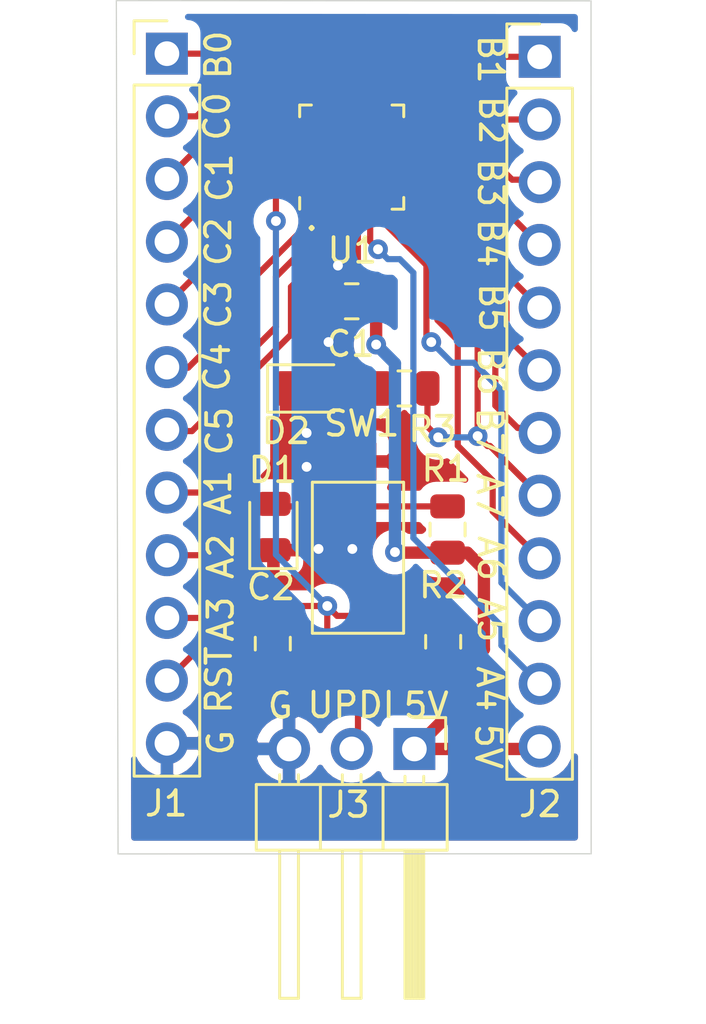
<source format=kicad_pcb>
(kicad_pcb (version 20171130) (host pcbnew "(5.1.4-0)")

  (general
    (thickness 1.6)
    (drawings 32)
    (tracks 228)
    (zones 0)
    (modules 12)
    (nets 28)
  )

  (page A4)
  (layers
    (0 F.Cu signal)
    (31 B.Cu signal)
    (32 B.Adhes user)
    (33 F.Adhes user)
    (34 B.Paste user)
    (35 F.Paste user)
    (36 B.SilkS user)
    (37 F.SilkS user)
    (38 B.Mask user)
    (39 F.Mask user)
    (40 Dwgs.User user)
    (41 Cmts.User user)
    (42 Eco1.User user)
    (43 Eco2.User user)
    (44 Edge.Cuts user)
    (45 Margin user)
    (46 B.CrtYd user)
    (47 F.CrtYd user)
    (48 B.Fab user)
    (49 F.Fab user)
  )

  (setup
    (last_trace_width 0.25)
    (user_trace_width 0.5)
    (user_trace_width 0.8)
    (trace_clearance 0.2)
    (zone_clearance 0.508)
    (zone_45_only no)
    (trace_min 0.2)
    (via_size 0.8)
    (via_drill 0.4)
    (via_min_size 0.4)
    (via_min_drill 0.3)
    (uvia_size 0.3)
    (uvia_drill 0.1)
    (uvias_allowed no)
    (uvia_min_size 0.2)
    (uvia_min_drill 0.1)
    (edge_width 0.05)
    (segment_width 0.2)
    (pcb_text_width 0.3)
    (pcb_text_size 1.5 1.5)
    (mod_edge_width 0.12)
    (mod_text_size 1 1)
    (mod_text_width 0.15)
    (pad_size 1.524 1.524)
    (pad_drill 0.762)
    (pad_to_mask_clearance 0.051)
    (solder_mask_min_width 0.25)
    (aux_axis_origin 0 0)
    (visible_elements FFFFFF7F)
    (pcbplotparams
      (layerselection 0x010fc_ffffffff)
      (usegerberextensions false)
      (usegerberattributes false)
      (usegerberadvancedattributes false)
      (creategerberjobfile false)
      (excludeedgelayer true)
      (linewidth 0.100000)
      (plotframeref false)
      (viasonmask false)
      (mode 1)
      (useauxorigin false)
      (hpglpennumber 1)
      (hpglpenspeed 20)
      (hpglpendiameter 15.000000)
      (psnegative false)
      (psa4output false)
      (plotreference true)
      (plotvalue true)
      (plotinvisibletext false)
      (padsonsilk false)
      (subtractmaskfromsilk false)
      (outputformat 1)
      (mirror false)
      (drillshape 0)
      (scaleselection 1)
      (outputdirectory "/Users/henrycheung1/Documents/kicad/attiny3217/gerber/"))
  )

  (net 0 "")
  (net 1 5v)
  (net 2 GND)
  (net 3 UPDI)
  (net 4 RESET)
  (net 5 "Net-(D1-Pad2)")
  (net 6 "Net-(D2-Pad2)")
  (net 7 PA3)
  (net 8 PA2)
  (net 9 PA1)
  (net 10 PC5)
  (net 11 PC4)
  (net 12 PC3)
  (net 13 PC2)
  (net 14 PC1)
  (net 15 PC0)
  (net 16 PB0)
  (net 17 PB1)
  (net 18 PB2)
  (net 19 PB3)
  (net 20 PB4)
  (net 21 PB5)
  (net 22 PB6)
  (net 23 PB7)
  (net 24 PA7)
  (net 25 PA6)
  (net 26 PA5)
  (net 27 PA4)

  (net_class Default "This is the default net class."
    (clearance 0.2)
    (trace_width 0.25)
    (via_dia 0.8)
    (via_drill 0.4)
    (uvia_dia 0.3)
    (uvia_drill 0.1)
    (add_net 5v)
    (add_net GND)
    (add_net "Net-(D1-Pad2)")
    (add_net "Net-(D2-Pad2)")
    (add_net PA1)
    (add_net PA2)
    (add_net PA3)
    (add_net PA4)
    (add_net PA5)
    (add_net PA6)
    (add_net PA7)
    (add_net PB0)
    (add_net PB1)
    (add_net PB2)
    (add_net PB3)
    (add_net PB4)
    (add_net PB5)
    (add_net PB6)
    (add_net PB7)
    (add_net PC0)
    (add_net PC1)
    (add_net PC2)
    (add_net PC3)
    (add_net PC4)
    (add_net PC5)
    (add_net RESET)
    (add_net UPDI)
  )

  (module Capacitor_SMD:C_0805_2012Metric (layer F.Cu) (tedit 5B36C52B) (tstamp 5F0C4C9A)
    (at 134.5438 76.0476 180)
    (descr "Capacitor SMD 0805 (2012 Metric), square (rectangular) end terminal, IPC_7351 nominal, (Body size source: https://docs.google.com/spreadsheets/d/1BsfQQcO9C6DZCsRaXUlFlo91Tg2WpOkGARC1WS5S8t0/edit?usp=sharing), generated with kicad-footprint-generator")
    (tags capacitor)
    (path /5F0C06AE)
    (attr smd)
    (fp_text reference C1 (at 0.0508 -1.7272) (layer F.SilkS)
      (effects (font (size 1 1) (thickness 0.15)))
    )
    (fp_text value 100nF (at 0 1.65) (layer F.Fab)
      (effects (font (size 1 1) (thickness 0.15)))
    )
    (fp_line (start -1 0.6) (end -1 -0.6) (layer F.Fab) (width 0.1))
    (fp_line (start -1 -0.6) (end 1 -0.6) (layer F.Fab) (width 0.1))
    (fp_line (start 1 -0.6) (end 1 0.6) (layer F.Fab) (width 0.1))
    (fp_line (start 1 0.6) (end -1 0.6) (layer F.Fab) (width 0.1))
    (fp_line (start -0.258578 -0.71) (end 0.258578 -0.71) (layer F.SilkS) (width 0.12))
    (fp_line (start -0.258578 0.71) (end 0.258578 0.71) (layer F.SilkS) (width 0.12))
    (fp_line (start -1.68 0.95) (end -1.68 -0.95) (layer F.CrtYd) (width 0.05))
    (fp_line (start -1.68 -0.95) (end 1.68 -0.95) (layer F.CrtYd) (width 0.05))
    (fp_line (start 1.68 -0.95) (end 1.68 0.95) (layer F.CrtYd) (width 0.05))
    (fp_line (start 1.68 0.95) (end -1.68 0.95) (layer F.CrtYd) (width 0.05))
    (fp_text user %R (at 0 0) (layer F.Fab)
      (effects (font (size 0.5 0.5) (thickness 0.08)))
    )
    (pad 1 smd roundrect (at -0.9375 0 180) (size 0.975 1.4) (layers F.Cu F.Paste F.Mask) (roundrect_rratio 0.25)
      (net 1 5v))
    (pad 2 smd roundrect (at 0.9375 0 180) (size 0.975 1.4) (layers F.Cu F.Paste F.Mask) (roundrect_rratio 0.25)
      (net 2 GND))
    (model ${KISYS3DMOD}/Capacitor_SMD.3dshapes/C_0805_2012Metric.wrl
      (at (xyz 0 0 0))
      (scale (xyz 1 1 1))
      (rotate (xyz 0 0 0))
    )
  )

  (module Capacitor_SMD:C_0805_2012Metric (layer F.Cu) (tedit 5B36C52B) (tstamp 5F0C75F2)
    (at 131.3434 89.916 90)
    (descr "Capacitor SMD 0805 (2012 Metric), square (rectangular) end terminal, IPC_7351 nominal, (Body size source: https://docs.google.com/spreadsheets/d/1BsfQQcO9C6DZCsRaXUlFlo91Tg2WpOkGARC1WS5S8t0/edit?usp=sharing), generated with kicad-footprint-generator")
    (tags capacitor)
    (path /5F170249)
    (attr smd)
    (fp_text reference C2 (at 2.286 -0.0762 180) (layer F.SilkS)
      (effects (font (size 1 1) (thickness 0.15)))
    )
    (fp_text value 10nF (at 0 1.65 90) (layer F.Fab)
      (effects (font (size 1 1) (thickness 0.15)))
    )
    (fp_text user %R (at 0 0 90) (layer F.Fab)
      (effects (font (size 0.5 0.5) (thickness 0.08)))
    )
    (fp_line (start 1.68 0.95) (end -1.68 0.95) (layer F.CrtYd) (width 0.05))
    (fp_line (start 1.68 -0.95) (end 1.68 0.95) (layer F.CrtYd) (width 0.05))
    (fp_line (start -1.68 -0.95) (end 1.68 -0.95) (layer F.CrtYd) (width 0.05))
    (fp_line (start -1.68 0.95) (end -1.68 -0.95) (layer F.CrtYd) (width 0.05))
    (fp_line (start -0.258578 0.71) (end 0.258578 0.71) (layer F.SilkS) (width 0.12))
    (fp_line (start -0.258578 -0.71) (end 0.258578 -0.71) (layer F.SilkS) (width 0.12))
    (fp_line (start 1 0.6) (end -1 0.6) (layer F.Fab) (width 0.1))
    (fp_line (start 1 -0.6) (end 1 0.6) (layer F.Fab) (width 0.1))
    (fp_line (start -1 -0.6) (end 1 -0.6) (layer F.Fab) (width 0.1))
    (fp_line (start -1 0.6) (end -1 -0.6) (layer F.Fab) (width 0.1))
    (pad 2 smd roundrect (at 0.9375 0 90) (size 0.975 1.4) (layers F.Cu F.Paste F.Mask) (roundrect_rratio 0.25)
      (net 3 UPDI))
    (pad 1 smd roundrect (at -0.9375 0 90) (size 0.975 1.4) (layers F.Cu F.Paste F.Mask) (roundrect_rratio 0.25)
      (net 4 RESET))
    (model ${KISYS3DMOD}/Capacitor_SMD.3dshapes/C_0805_2012Metric.wrl
      (at (xyz 0 0 0))
      (scale (xyz 1 1 1))
      (rotate (xyz 0 0 0))
    )
  )

  (module LED_SMD:LED_0805_2012Metric (layer F.Cu) (tedit 5B36C52C) (tstamp 5F0C4CBE)
    (at 131.3688 85.1916 90)
    (descr "LED SMD 0805 (2012 Metric), square (rectangular) end terminal, IPC_7351 nominal, (Body size source: https://docs.google.com/spreadsheets/d/1BsfQQcO9C6DZCsRaXUlFlo91Tg2WpOkGARC1WS5S8t0/edit?usp=sharing), generated with kicad-footprint-generator")
    (tags diode)
    (path /5F0C6435)
    (attr smd)
    (fp_text reference D1 (at 2.3114 -0.0254 180) (layer F.SilkS)
      (effects (font (size 1 1) (thickness 0.15)))
    )
    (fp_text value "PWR LED" (at 0 1.65 90) (layer F.Fab)
      (effects (font (size 1 1) (thickness 0.15)))
    )
    (fp_line (start 1 -0.6) (end -0.7 -0.6) (layer F.Fab) (width 0.1))
    (fp_line (start -0.7 -0.6) (end -1 -0.3) (layer F.Fab) (width 0.1))
    (fp_line (start -1 -0.3) (end -1 0.6) (layer F.Fab) (width 0.1))
    (fp_line (start -1 0.6) (end 1 0.6) (layer F.Fab) (width 0.1))
    (fp_line (start 1 0.6) (end 1 -0.6) (layer F.Fab) (width 0.1))
    (fp_line (start 1 -0.96) (end -1.685 -0.96) (layer F.SilkS) (width 0.12))
    (fp_line (start -1.685 -0.96) (end -1.685 0.96) (layer F.SilkS) (width 0.12))
    (fp_line (start -1.685 0.96) (end 1 0.96) (layer F.SilkS) (width 0.12))
    (fp_line (start -1.68 0.95) (end -1.68 -0.95) (layer F.CrtYd) (width 0.05))
    (fp_line (start -1.68 -0.95) (end 1.68 -0.95) (layer F.CrtYd) (width 0.05))
    (fp_line (start 1.68 -0.95) (end 1.68 0.95) (layer F.CrtYd) (width 0.05))
    (fp_line (start 1.68 0.95) (end -1.68 0.95) (layer F.CrtYd) (width 0.05))
    (fp_text user %R (at 0 0 90) (layer F.Fab)
      (effects (font (size 0.5 0.5) (thickness 0.08)))
    )
    (pad 1 smd roundrect (at -0.9375 0 90) (size 0.975 1.4) (layers F.Cu F.Paste F.Mask) (roundrect_rratio 0.25)
      (net 2 GND))
    (pad 2 smd roundrect (at 0.9375 0 90) (size 0.975 1.4) (layers F.Cu F.Paste F.Mask) (roundrect_rratio 0.25)
      (net 5 "Net-(D1-Pad2)"))
    (model ${KISYS3DMOD}/LED_SMD.3dshapes/LED_0805_2012Metric.wrl
      (at (xyz 0 0 0))
      (scale (xyz 1 1 1))
      (rotate (xyz 0 0 0))
    )
  )

  (module LED_SMD:LED_0805_2012Metric (layer F.Cu) (tedit 5B36C52C) (tstamp 5F0C4CD1)
    (at 132.8166 79.5782)
    (descr "LED SMD 0805 (2012 Metric), square (rectangular) end terminal, IPC_7351 nominal, (Body size source: https://docs.google.com/spreadsheets/d/1BsfQQcO9C6DZCsRaXUlFlo91Tg2WpOkGARC1WS5S8t0/edit?usp=sharing), generated with kicad-footprint-generator")
    (tags diode)
    (path /5F0C787B)
    (attr smd)
    (fp_text reference D2 (at -0.9398 1.7272) (layer F.SilkS)
      (effects (font (size 1 1) (thickness 0.15)))
    )
    (fp_text value LED (at 0 1.65) (layer F.Fab)
      (effects (font (size 1 1) (thickness 0.15)))
    )
    (fp_text user %R (at 0 0) (layer F.Fab)
      (effects (font (size 0.5 0.5) (thickness 0.08)))
    )
    (fp_line (start 1.68 0.95) (end -1.68 0.95) (layer F.CrtYd) (width 0.05))
    (fp_line (start 1.68 -0.95) (end 1.68 0.95) (layer F.CrtYd) (width 0.05))
    (fp_line (start -1.68 -0.95) (end 1.68 -0.95) (layer F.CrtYd) (width 0.05))
    (fp_line (start -1.68 0.95) (end -1.68 -0.95) (layer F.CrtYd) (width 0.05))
    (fp_line (start -1.685 0.96) (end 1 0.96) (layer F.SilkS) (width 0.12))
    (fp_line (start -1.685 -0.96) (end -1.685 0.96) (layer F.SilkS) (width 0.12))
    (fp_line (start 1 -0.96) (end -1.685 -0.96) (layer F.SilkS) (width 0.12))
    (fp_line (start 1 0.6) (end 1 -0.6) (layer F.Fab) (width 0.1))
    (fp_line (start -1 0.6) (end 1 0.6) (layer F.Fab) (width 0.1))
    (fp_line (start -1 -0.3) (end -1 0.6) (layer F.Fab) (width 0.1))
    (fp_line (start -0.7 -0.6) (end -1 -0.3) (layer F.Fab) (width 0.1))
    (fp_line (start 1 -0.6) (end -0.7 -0.6) (layer F.Fab) (width 0.1))
    (pad 2 smd roundrect (at 0.9375 0) (size 0.975 1.4) (layers F.Cu F.Paste F.Mask) (roundrect_rratio 0.25)
      (net 6 "Net-(D2-Pad2)"))
    (pad 1 smd roundrect (at -0.9375 0) (size 0.975 1.4) (layers F.Cu F.Paste F.Mask) (roundrect_rratio 0.25)
      (net 2 GND))
    (model ${KISYS3DMOD}/LED_SMD.3dshapes/LED_0805_2012Metric.wrl
      (at (xyz 0 0 0))
      (scale (xyz 1 1 1))
      (rotate (xyz 0 0 0))
    )
  )

  (module Connector_PinHeader_2.54mm:PinHeader_1x12_P2.54mm_Vertical (layer F.Cu) (tedit 59FED5CC) (tstamp 5F0C4CF1)
    (at 127.0508 66.0146)
    (descr "Through hole straight pin header, 1x12, 2.54mm pitch, single row")
    (tags "Through hole pin header THT 1x12 2.54mm single row")
    (path /5F0EE2BF)
    (fp_text reference J1 (at -0.0254 30.3784) (layer F.SilkS)
      (effects (font (size 1 1) (thickness 0.15)))
    )
    (fp_text value Conn_01x12_Male (at 0 30.27) (layer F.Fab)
      (effects (font (size 1 1) (thickness 0.15)))
    )
    (fp_text user %R (at 0 13.97 90) (layer F.Fab)
      (effects (font (size 1 1) (thickness 0.15)))
    )
    (fp_line (start 1.8 -1.8) (end -1.8 -1.8) (layer F.CrtYd) (width 0.05))
    (fp_line (start 1.8 29.75) (end 1.8 -1.8) (layer F.CrtYd) (width 0.05))
    (fp_line (start -1.8 29.75) (end 1.8 29.75) (layer F.CrtYd) (width 0.05))
    (fp_line (start -1.8 -1.8) (end -1.8 29.75) (layer F.CrtYd) (width 0.05))
    (fp_line (start -1.33 -1.33) (end 0 -1.33) (layer F.SilkS) (width 0.12))
    (fp_line (start -1.33 0) (end -1.33 -1.33) (layer F.SilkS) (width 0.12))
    (fp_line (start -1.33 1.27) (end 1.33 1.27) (layer F.SilkS) (width 0.12))
    (fp_line (start 1.33 1.27) (end 1.33 29.27) (layer F.SilkS) (width 0.12))
    (fp_line (start -1.33 1.27) (end -1.33 29.27) (layer F.SilkS) (width 0.12))
    (fp_line (start -1.33 29.27) (end 1.33 29.27) (layer F.SilkS) (width 0.12))
    (fp_line (start -1.27 -0.635) (end -0.635 -1.27) (layer F.Fab) (width 0.1))
    (fp_line (start -1.27 29.21) (end -1.27 -0.635) (layer F.Fab) (width 0.1))
    (fp_line (start 1.27 29.21) (end -1.27 29.21) (layer F.Fab) (width 0.1))
    (fp_line (start 1.27 -1.27) (end 1.27 29.21) (layer F.Fab) (width 0.1))
    (fp_line (start -0.635 -1.27) (end 1.27 -1.27) (layer F.Fab) (width 0.1))
    (pad 12 thru_hole oval (at 0 27.94) (size 1.7 1.7) (drill 1) (layers *.Cu *.Mask)
      (net 2 GND))
    (pad 11 thru_hole oval (at 0 25.4) (size 1.7 1.7) (drill 1) (layers *.Cu *.Mask)
      (net 4 RESET))
    (pad 10 thru_hole oval (at 0 22.86) (size 1.7 1.7) (drill 1) (layers *.Cu *.Mask)
      (net 7 PA3))
    (pad 9 thru_hole oval (at 0 20.32) (size 1.7 1.7) (drill 1) (layers *.Cu *.Mask)
      (net 8 PA2))
    (pad 8 thru_hole oval (at 0 17.78) (size 1.7 1.7) (drill 1) (layers *.Cu *.Mask)
      (net 9 PA1))
    (pad 7 thru_hole oval (at 0 15.24) (size 1.7 1.7) (drill 1) (layers *.Cu *.Mask)
      (net 10 PC5))
    (pad 6 thru_hole oval (at 0 12.7) (size 1.7 1.7) (drill 1) (layers *.Cu *.Mask)
      (net 11 PC4))
    (pad 5 thru_hole oval (at 0 10.16) (size 1.7 1.7) (drill 1) (layers *.Cu *.Mask)
      (net 12 PC3))
    (pad 4 thru_hole oval (at 0 7.62) (size 1.7 1.7) (drill 1) (layers *.Cu *.Mask)
      (net 13 PC2))
    (pad 3 thru_hole oval (at 0 5.08) (size 1.7 1.7) (drill 1) (layers *.Cu *.Mask)
      (net 14 PC1))
    (pad 2 thru_hole oval (at 0 2.54) (size 1.7 1.7) (drill 1) (layers *.Cu *.Mask)
      (net 15 PC0))
    (pad 1 thru_hole rect (at 0 0) (size 1.7 1.7) (drill 1) (layers *.Cu *.Mask)
      (net 16 PB0))
    (model ${KISYS3DMOD}/Connector_PinHeader_2.54mm.3dshapes/PinHeader_1x12_P2.54mm_Vertical.wrl
      (at (xyz 0 0 0))
      (scale (xyz 1 1 1))
      (rotate (xyz 0 0 0))
    )
  )

  (module Connector_PinHeader_2.54mm:PinHeader_1x12_P2.54mm_Vertical (layer F.Cu) (tedit 59FED5CC) (tstamp 5F0C4D11)
    (at 142.1638 66.1416)
    (descr "Through hole straight pin header, 1x12, 2.54mm pitch, single row")
    (tags "Through hole pin header THT 1x12 2.54mm single row")
    (path /5F0E83BB)
    (fp_text reference J2 (at 0.0254 30.2768) (layer F.SilkS)
      (effects (font (size 1 1) (thickness 0.15)))
    )
    (fp_text value Conn_01x12_Male (at 0 30.27) (layer F.Fab)
      (effects (font (size 1 1) (thickness 0.15)))
    )
    (fp_line (start -0.635 -1.27) (end 1.27 -1.27) (layer F.Fab) (width 0.1))
    (fp_line (start 1.27 -1.27) (end 1.27 29.21) (layer F.Fab) (width 0.1))
    (fp_line (start 1.27 29.21) (end -1.27 29.21) (layer F.Fab) (width 0.1))
    (fp_line (start -1.27 29.21) (end -1.27 -0.635) (layer F.Fab) (width 0.1))
    (fp_line (start -1.27 -0.635) (end -0.635 -1.27) (layer F.Fab) (width 0.1))
    (fp_line (start -1.33 29.27) (end 1.33 29.27) (layer F.SilkS) (width 0.12))
    (fp_line (start -1.33 1.27) (end -1.33 29.27) (layer F.SilkS) (width 0.12))
    (fp_line (start 1.33 1.27) (end 1.33 29.27) (layer F.SilkS) (width 0.12))
    (fp_line (start -1.33 1.27) (end 1.33 1.27) (layer F.SilkS) (width 0.12))
    (fp_line (start -1.33 0) (end -1.33 -1.33) (layer F.SilkS) (width 0.12))
    (fp_line (start -1.33 -1.33) (end 0 -1.33) (layer F.SilkS) (width 0.12))
    (fp_line (start -1.8 -1.8) (end -1.8 29.75) (layer F.CrtYd) (width 0.05))
    (fp_line (start -1.8 29.75) (end 1.8 29.75) (layer F.CrtYd) (width 0.05))
    (fp_line (start 1.8 29.75) (end 1.8 -1.8) (layer F.CrtYd) (width 0.05))
    (fp_line (start 1.8 -1.8) (end -1.8 -1.8) (layer F.CrtYd) (width 0.05))
    (fp_text user %R (at 0 13.97 90) (layer F.Fab)
      (effects (font (size 1 1) (thickness 0.15)))
    )
    (pad 1 thru_hole rect (at 0 0) (size 1.7 1.7) (drill 1) (layers *.Cu *.Mask)
      (net 17 PB1))
    (pad 2 thru_hole oval (at 0 2.54) (size 1.7 1.7) (drill 1) (layers *.Cu *.Mask)
      (net 18 PB2))
    (pad 3 thru_hole oval (at 0 5.08) (size 1.7 1.7) (drill 1) (layers *.Cu *.Mask)
      (net 19 PB3))
    (pad 4 thru_hole oval (at 0 7.62) (size 1.7 1.7) (drill 1) (layers *.Cu *.Mask)
      (net 20 PB4))
    (pad 5 thru_hole oval (at 0 10.16) (size 1.7 1.7) (drill 1) (layers *.Cu *.Mask)
      (net 21 PB5))
    (pad 6 thru_hole oval (at 0 12.7) (size 1.7 1.7) (drill 1) (layers *.Cu *.Mask)
      (net 22 PB6))
    (pad 7 thru_hole oval (at 0 15.24) (size 1.7 1.7) (drill 1) (layers *.Cu *.Mask)
      (net 23 PB7))
    (pad 8 thru_hole oval (at 0 17.78) (size 1.7 1.7) (drill 1) (layers *.Cu *.Mask)
      (net 24 PA7))
    (pad 9 thru_hole oval (at 0 20.32) (size 1.7 1.7) (drill 1) (layers *.Cu *.Mask)
      (net 25 PA6))
    (pad 10 thru_hole oval (at 0 22.86) (size 1.7 1.7) (drill 1) (layers *.Cu *.Mask)
      (net 26 PA5))
    (pad 11 thru_hole oval (at 0 25.4) (size 1.7 1.7) (drill 1) (layers *.Cu *.Mask)
      (net 27 PA4))
    (pad 12 thru_hole oval (at 0 27.94) (size 1.7 1.7) (drill 1) (layers *.Cu *.Mask)
      (net 1 5v))
    (model ${KISYS3DMOD}/Connector_PinHeader_2.54mm.3dshapes/PinHeader_1x12_P2.54mm_Vertical.wrl
      (at (xyz 0 0 0))
      (scale (xyz 1 1 1))
      (rotate (xyz 0 0 0))
    )
  )

  (module Connector_PinHeader_2.54mm:PinHeader_1x03_P2.54mm_Horizontal (layer F.Cu) (tedit 59FED5CB) (tstamp 5F0C4D51)
    (at 137.0838 94.1832 270)
    (descr "Through hole angled pin header, 1x03, 2.54mm pitch, 6mm pin length, single row")
    (tags "Through hole angled pin header THT 1x03 2.54mm single row")
    (path /5F0C1BE1)
    (fp_text reference J3 (at 2.2606 2.667 180) (layer F.SilkS)
      (effects (font (size 1 1) (thickness 0.15)))
    )
    (fp_text value Conn_01x03_Male (at 4.385 7.35 90) (layer F.Fab)
      (effects (font (size 1 1) (thickness 0.15)))
    )
    (fp_line (start 2.135 -1.27) (end 4.04 -1.27) (layer F.Fab) (width 0.1))
    (fp_line (start 4.04 -1.27) (end 4.04 6.35) (layer F.Fab) (width 0.1))
    (fp_line (start 4.04 6.35) (end 1.5 6.35) (layer F.Fab) (width 0.1))
    (fp_line (start 1.5 6.35) (end 1.5 -0.635) (layer F.Fab) (width 0.1))
    (fp_line (start 1.5 -0.635) (end 2.135 -1.27) (layer F.Fab) (width 0.1))
    (fp_line (start -0.32 -0.32) (end 1.5 -0.32) (layer F.Fab) (width 0.1))
    (fp_line (start -0.32 -0.32) (end -0.32 0.32) (layer F.Fab) (width 0.1))
    (fp_line (start -0.32 0.32) (end 1.5 0.32) (layer F.Fab) (width 0.1))
    (fp_line (start 4.04 -0.32) (end 10.04 -0.32) (layer F.Fab) (width 0.1))
    (fp_line (start 10.04 -0.32) (end 10.04 0.32) (layer F.Fab) (width 0.1))
    (fp_line (start 4.04 0.32) (end 10.04 0.32) (layer F.Fab) (width 0.1))
    (fp_line (start -0.32 2.22) (end 1.5 2.22) (layer F.Fab) (width 0.1))
    (fp_line (start -0.32 2.22) (end -0.32 2.86) (layer F.Fab) (width 0.1))
    (fp_line (start -0.32 2.86) (end 1.5 2.86) (layer F.Fab) (width 0.1))
    (fp_line (start 4.04 2.22) (end 10.04 2.22) (layer F.Fab) (width 0.1))
    (fp_line (start 10.04 2.22) (end 10.04 2.86) (layer F.Fab) (width 0.1))
    (fp_line (start 4.04 2.86) (end 10.04 2.86) (layer F.Fab) (width 0.1))
    (fp_line (start -0.32 4.76) (end 1.5 4.76) (layer F.Fab) (width 0.1))
    (fp_line (start -0.32 4.76) (end -0.32 5.4) (layer F.Fab) (width 0.1))
    (fp_line (start -0.32 5.4) (end 1.5 5.4) (layer F.Fab) (width 0.1))
    (fp_line (start 4.04 4.76) (end 10.04 4.76) (layer F.Fab) (width 0.1))
    (fp_line (start 10.04 4.76) (end 10.04 5.4) (layer F.Fab) (width 0.1))
    (fp_line (start 4.04 5.4) (end 10.04 5.4) (layer F.Fab) (width 0.1))
    (fp_line (start 1.44 -1.33) (end 1.44 6.41) (layer F.SilkS) (width 0.12))
    (fp_line (start 1.44 6.41) (end 4.1 6.41) (layer F.SilkS) (width 0.12))
    (fp_line (start 4.1 6.41) (end 4.1 -1.33) (layer F.SilkS) (width 0.12))
    (fp_line (start 4.1 -1.33) (end 1.44 -1.33) (layer F.SilkS) (width 0.12))
    (fp_line (start 4.1 -0.38) (end 10.1 -0.38) (layer F.SilkS) (width 0.12))
    (fp_line (start 10.1 -0.38) (end 10.1 0.38) (layer F.SilkS) (width 0.12))
    (fp_line (start 10.1 0.38) (end 4.1 0.38) (layer F.SilkS) (width 0.12))
    (fp_line (start 4.1 -0.32) (end 10.1 -0.32) (layer F.SilkS) (width 0.12))
    (fp_line (start 4.1 -0.2) (end 10.1 -0.2) (layer F.SilkS) (width 0.12))
    (fp_line (start 4.1 -0.08) (end 10.1 -0.08) (layer F.SilkS) (width 0.12))
    (fp_line (start 4.1 0.04) (end 10.1 0.04) (layer F.SilkS) (width 0.12))
    (fp_line (start 4.1 0.16) (end 10.1 0.16) (layer F.SilkS) (width 0.12))
    (fp_line (start 4.1 0.28) (end 10.1 0.28) (layer F.SilkS) (width 0.12))
    (fp_line (start 1.11 -0.38) (end 1.44 -0.38) (layer F.SilkS) (width 0.12))
    (fp_line (start 1.11 0.38) (end 1.44 0.38) (layer F.SilkS) (width 0.12))
    (fp_line (start 1.44 1.27) (end 4.1 1.27) (layer F.SilkS) (width 0.12))
    (fp_line (start 4.1 2.16) (end 10.1 2.16) (layer F.SilkS) (width 0.12))
    (fp_line (start 10.1 2.16) (end 10.1 2.92) (layer F.SilkS) (width 0.12))
    (fp_line (start 10.1 2.92) (end 4.1 2.92) (layer F.SilkS) (width 0.12))
    (fp_line (start 1.042929 2.16) (end 1.44 2.16) (layer F.SilkS) (width 0.12))
    (fp_line (start 1.042929 2.92) (end 1.44 2.92) (layer F.SilkS) (width 0.12))
    (fp_line (start 1.44 3.81) (end 4.1 3.81) (layer F.SilkS) (width 0.12))
    (fp_line (start 4.1 4.7) (end 10.1 4.7) (layer F.SilkS) (width 0.12))
    (fp_line (start 10.1 4.7) (end 10.1 5.46) (layer F.SilkS) (width 0.12))
    (fp_line (start 10.1 5.46) (end 4.1 5.46) (layer F.SilkS) (width 0.12))
    (fp_line (start 1.042929 4.7) (end 1.44 4.7) (layer F.SilkS) (width 0.12))
    (fp_line (start 1.042929 5.46) (end 1.44 5.46) (layer F.SilkS) (width 0.12))
    (fp_line (start -1.27 0) (end -1.27 -1.27) (layer F.SilkS) (width 0.12))
    (fp_line (start -1.27 -1.27) (end 0 -1.27) (layer F.SilkS) (width 0.12))
    (fp_line (start -1.8 -1.8) (end -1.8 6.85) (layer F.CrtYd) (width 0.05))
    (fp_line (start -1.8 6.85) (end 10.55 6.85) (layer F.CrtYd) (width 0.05))
    (fp_line (start 10.55 6.85) (end 10.55 -1.8) (layer F.CrtYd) (width 0.05))
    (fp_line (start 10.55 -1.8) (end -1.8 -1.8) (layer F.CrtYd) (width 0.05))
    (fp_text user %R (at 2.77 2.54) (layer F.Fab)
      (effects (font (size 1 1) (thickness 0.15)))
    )
    (pad 1 thru_hole rect (at 0 0 270) (size 1.7 1.7) (drill 1) (layers *.Cu *.Mask)
      (net 1 5v))
    (pad 2 thru_hole oval (at 0 2.54 270) (size 1.7 1.7) (drill 1) (layers *.Cu *.Mask)
      (net 3 UPDI))
    (pad 3 thru_hole oval (at 0 5.08 270) (size 1.7 1.7) (drill 1) (layers *.Cu *.Mask)
      (net 2 GND))
    (model ${KISYS3DMOD}/Connector_PinHeader_2.54mm.3dshapes/PinHeader_1x03_P2.54mm_Horizontal.wrl
      (at (xyz 0 0 0))
      (scale (xyz 1 1 1))
      (rotate (xyz 0 0 0))
    )
  )

  (module Resistor_SMD:R_0805_2012Metric (layer F.Cu) (tedit 5B36C52B) (tstamp 5F0C4D62)
    (at 138.43 85.2932 90)
    (descr "Resistor SMD 0805 (2012 Metric), square (rectangular) end terminal, IPC_7351 nominal, (Body size source: https://docs.google.com/spreadsheets/d/1BsfQQcO9C6DZCsRaXUlFlo91Tg2WpOkGARC1WS5S8t0/edit?usp=sharing), generated with kicad-footprint-generator")
    (tags resistor)
    (path /5F0C322D)
    (attr smd)
    (fp_text reference R1 (at 2.4638 -0.0762 180) (layer F.SilkS)
      (effects (font (size 1 1) (thickness 0.15)))
    )
    (fp_text value 2k (at 0 1.65 90) (layer F.Fab)
      (effects (font (size 1 1) (thickness 0.15)))
    )
    (fp_line (start -1 0.6) (end -1 -0.6) (layer F.Fab) (width 0.1))
    (fp_line (start -1 -0.6) (end 1 -0.6) (layer F.Fab) (width 0.1))
    (fp_line (start 1 -0.6) (end 1 0.6) (layer F.Fab) (width 0.1))
    (fp_line (start 1 0.6) (end -1 0.6) (layer F.Fab) (width 0.1))
    (fp_line (start -0.258578 -0.71) (end 0.258578 -0.71) (layer F.SilkS) (width 0.12))
    (fp_line (start -0.258578 0.71) (end 0.258578 0.71) (layer F.SilkS) (width 0.12))
    (fp_line (start -1.68 0.95) (end -1.68 -0.95) (layer F.CrtYd) (width 0.05))
    (fp_line (start -1.68 -0.95) (end 1.68 -0.95) (layer F.CrtYd) (width 0.05))
    (fp_line (start 1.68 -0.95) (end 1.68 0.95) (layer F.CrtYd) (width 0.05))
    (fp_line (start 1.68 0.95) (end -1.68 0.95) (layer F.CrtYd) (width 0.05))
    (fp_text user %R (at 0 0 90) (layer F.Fab)
      (effects (font (size 0.5 0.5) (thickness 0.08)))
    )
    (pad 1 smd roundrect (at -0.9375 0 90) (size 0.975 1.4) (layers F.Cu F.Paste F.Mask) (roundrect_rratio 0.25)
      (net 1 5v))
    (pad 2 smd roundrect (at 0.9375 0 90) (size 0.975 1.4) (layers F.Cu F.Paste F.Mask) (roundrect_rratio 0.25)
      (net 5 "Net-(D1-Pad2)"))
    (model ${KISYS3DMOD}/Resistor_SMD.3dshapes/R_0805_2012Metric.wrl
      (at (xyz 0 0 0))
      (scale (xyz 1 1 1))
      (rotate (xyz 0 0 0))
    )
  )

  (module Resistor_SMD:R_0805_2012Metric (layer F.Cu) (tedit 5B36C52B) (tstamp 5F0C4D73)
    (at 138.2522 89.8398 90)
    (descr "Resistor SMD 0805 (2012 Metric), square (rectangular) end terminal, IPC_7351 nominal, (Body size source: https://docs.google.com/spreadsheets/d/1BsfQQcO9C6DZCsRaXUlFlo91Tg2WpOkGARC1WS5S8t0/edit?usp=sharing), generated with kicad-footprint-generator")
    (tags resistor)
    (path /5F0C94FD)
    (attr smd)
    (fp_text reference R2 (at 2.286 0 180) (layer F.SilkS)
      (effects (font (size 1 1) (thickness 0.15)))
    )
    (fp_text value 100k (at 0 1.65 90) (layer F.Fab)
      (effects (font (size 1 1) (thickness 0.15)))
    )
    (fp_line (start -1 0.6) (end -1 -0.6) (layer F.Fab) (width 0.1))
    (fp_line (start -1 -0.6) (end 1 -0.6) (layer F.Fab) (width 0.1))
    (fp_line (start 1 -0.6) (end 1 0.6) (layer F.Fab) (width 0.1))
    (fp_line (start 1 0.6) (end -1 0.6) (layer F.Fab) (width 0.1))
    (fp_line (start -0.258578 -0.71) (end 0.258578 -0.71) (layer F.SilkS) (width 0.12))
    (fp_line (start -0.258578 0.71) (end 0.258578 0.71) (layer F.SilkS) (width 0.12))
    (fp_line (start -1.68 0.95) (end -1.68 -0.95) (layer F.CrtYd) (width 0.05))
    (fp_line (start -1.68 -0.95) (end 1.68 -0.95) (layer F.CrtYd) (width 0.05))
    (fp_line (start 1.68 -0.95) (end 1.68 0.95) (layer F.CrtYd) (width 0.05))
    (fp_line (start 1.68 0.95) (end -1.68 0.95) (layer F.CrtYd) (width 0.05))
    (fp_text user %R (at 0 0 90) (layer F.Fab)
      (effects (font (size 0.5 0.5) (thickness 0.08)))
    )
    (pad 1 smd roundrect (at -0.9375 0 90) (size 0.975 1.4) (layers F.Cu F.Paste F.Mask) (roundrect_rratio 0.25)
      (net 1 5v))
    (pad 2 smd roundrect (at 0.9375 0 90) (size 0.975 1.4) (layers F.Cu F.Paste F.Mask) (roundrect_rratio 0.25)
      (net 3 UPDI))
    (model ${KISYS3DMOD}/Resistor_SMD.3dshapes/R_0805_2012Metric.wrl
      (at (xyz 0 0 0))
      (scale (xyz 1 1 1))
      (rotate (xyz 0 0 0))
    )
  )

  (module Resistor_SMD:R_0805_2012Metric (layer F.Cu) (tedit 5B36C52B) (tstamp 5F0C4D84)
    (at 136.6774 79.5782 180)
    (descr "Resistor SMD 0805 (2012 Metric), square (rectangular) end terminal, IPC_7351 nominal, (Body size source: https://docs.google.com/spreadsheets/d/1BsfQQcO9C6DZCsRaXUlFlo91Tg2WpOkGARC1WS5S8t0/edit?usp=sharing), generated with kicad-footprint-generator")
    (tags resistor)
    (path /5F0C3992)
    (attr smd)
    (fp_text reference R3 (at -1.143 -1.65) (layer F.SilkS)
      (effects (font (size 1 1) (thickness 0.15)))
    )
    (fp_text value 2k (at 0 1.65) (layer F.Fab)
      (effects (font (size 1 1) (thickness 0.15)))
    )
    (fp_text user %R (at 0 0) (layer F.Fab)
      (effects (font (size 0.5 0.5) (thickness 0.08)))
    )
    (fp_line (start 1.68 0.95) (end -1.68 0.95) (layer F.CrtYd) (width 0.05))
    (fp_line (start 1.68 -0.95) (end 1.68 0.95) (layer F.CrtYd) (width 0.05))
    (fp_line (start -1.68 -0.95) (end 1.68 -0.95) (layer F.CrtYd) (width 0.05))
    (fp_line (start -1.68 0.95) (end -1.68 -0.95) (layer F.CrtYd) (width 0.05))
    (fp_line (start -0.258578 0.71) (end 0.258578 0.71) (layer F.SilkS) (width 0.12))
    (fp_line (start -0.258578 -0.71) (end 0.258578 -0.71) (layer F.SilkS) (width 0.12))
    (fp_line (start 1 0.6) (end -1 0.6) (layer F.Fab) (width 0.1))
    (fp_line (start 1 -0.6) (end 1 0.6) (layer F.Fab) (width 0.1))
    (fp_line (start -1 -0.6) (end 1 -0.6) (layer F.Fab) (width 0.1))
    (fp_line (start -1 0.6) (end -1 -0.6) (layer F.Fab) (width 0.1))
    (pad 2 smd roundrect (at 0.9375 0 180) (size 0.975 1.4) (layers F.Cu F.Paste F.Mask) (roundrect_rratio 0.25)
      (net 6 "Net-(D2-Pad2)"))
    (pad 1 smd roundrect (at -0.9375 0 180) (size 0.975 1.4) (layers F.Cu F.Paste F.Mask) (roundrect_rratio 0.25)
      (net 24 PA7))
    (model ${KISYS3DMOD}/Resistor_SMD.3dshapes/R_0805_2012Metric.wrl
      (at (xyz 0 0 0))
      (scale (xyz 1 1 1))
      (rotate (xyz 0 0 0))
    )
  )

  (module Button_Switch_SMD:SW_SPST_CK_RS282G05A3 (layer F.Cu) (tedit 5A7A67D2) (tstamp 5F0C4D9F)
    (at 134.7978 86.4362 90)
    (descr https://www.mouser.com/ds/2/60/RS-282G05A-SM_RT-1159762.pdf)
    (tags "SPST button tactile switch")
    (path /5F0C89A5)
    (attr smd)
    (fp_text reference SW1 (at 5.4356 0.1524 180) (layer F.SilkS)
      (effects (font (size 1 1) (thickness 0.15)))
    )
    (fp_text value SW_Push (at 0 3 90) (layer F.Fab)
      (effects (font (size 1 1) (thickness 0.15)))
    )
    (fp_line (start -4.9 2.05) (end -4.9 -2.05) (layer F.CrtYd) (width 0.05))
    (fp_line (start 4.9 2.05) (end -4.9 2.05) (layer F.CrtYd) (width 0.05))
    (fp_line (start 4.9 -2.05) (end 4.9 2.05) (layer F.CrtYd) (width 0.05))
    (fp_line (start -4.9 -2.05) (end 4.9 -2.05) (layer F.CrtYd) (width 0.05))
    (fp_text user %R (at 0 -2.6 90) (layer F.Fab)
      (effects (font (size 1 1) (thickness 0.15)))
    )
    (fp_line (start -1.75 -1) (end 1.75 -1) (layer F.Fab) (width 0.1))
    (fp_line (start 1.75 -1) (end 1.75 1) (layer F.Fab) (width 0.1))
    (fp_line (start 1.75 1) (end -1.75 1) (layer F.Fab) (width 0.1))
    (fp_line (start -1.75 1) (end -1.75 -1) (layer F.Fab) (width 0.1))
    (fp_line (start -3.06 -1.85) (end 3.06 -1.85) (layer F.SilkS) (width 0.12))
    (fp_line (start 3.06 -1.85) (end 3.06 1.85) (layer F.SilkS) (width 0.12))
    (fp_line (start 3.06 1.85) (end -3.06 1.85) (layer F.SilkS) (width 0.12))
    (fp_line (start -3.06 1.85) (end -3.06 -1.85) (layer F.SilkS) (width 0.12))
    (fp_line (start -1.5 0.8) (end 1.5 0.8) (layer F.Fab) (width 0.1))
    (fp_line (start -1.5 -0.8) (end 1.5 -0.8) (layer F.Fab) (width 0.1))
    (fp_line (start 1.5 -0.8) (end 1.5 0.8) (layer F.Fab) (width 0.1))
    (fp_line (start -1.5 -0.8) (end -1.5 0.8) (layer F.Fab) (width 0.1))
    (fp_line (start -3 1.8) (end 3 1.8) (layer F.Fab) (width 0.1))
    (fp_line (start -3 -1.8) (end 3 -1.8) (layer F.Fab) (width 0.1))
    (fp_line (start -3 -1.8) (end -3 1.8) (layer F.Fab) (width 0.1))
    (fp_line (start 3 -1.8) (end 3 1.8) (layer F.Fab) (width 0.1))
    (pad 1 smd rect (at -3.9 0 90) (size 1.5 1.5) (layers F.Cu F.Paste F.Mask)
      (net 3 UPDI))
    (pad 2 smd rect (at 3.9 0 90) (size 1.5 1.5) (layers F.Cu F.Paste F.Mask)
      (net 2 GND))
    (model ${KISYS3DMOD}/Button_Switch_SMD.3dshapes/SW_SPST_CK_RS282G05A3.wrl
      (at (xyz 0 0 0))
      (scale (xyz 1 1 1))
      (rotate (xyz 0 0 0))
    )
  )

  (module Package_DFN_QFN:QFN-24-1EP_4x4mm_P0.5mm_EP2.6x2.6mm (layer F.Cu) (tedit 5C1FD453) (tstamp 5F0C4DD1)
    (at 134.5438 70.2056 90)
    (descr "QFN, 24 Pin (http://ww1.microchip.com/downloads/en/PackagingSpec/00000049BQ.pdf#page=278), generated with kicad-footprint-generator ipc_dfn_qfn_generator.py")
    (tags "QFN DFN_QFN")
    (path /5F126ABB)
    (attr smd)
    (fp_text reference U1 (at -3.7846 0.0254 180) (layer F.SilkS)
      (effects (font (size 1 1) (thickness 0.15)))
    )
    (fp_text value ATtiny3217-M (at 0 3.3 90) (layer F.Fab)
      (effects (font (size 1 1) (thickness 0.15)))
    )
    (fp_line (start 1.635 -2.11) (end 2.11 -2.11) (layer F.SilkS) (width 0.12))
    (fp_line (start 2.11 -2.11) (end 2.11 -1.635) (layer F.SilkS) (width 0.12))
    (fp_line (start -1.635 2.11) (end -2.11 2.11) (layer F.SilkS) (width 0.12))
    (fp_line (start -2.11 2.11) (end -2.11 1.635) (layer F.SilkS) (width 0.12))
    (fp_line (start 1.635 2.11) (end 2.11 2.11) (layer F.SilkS) (width 0.12))
    (fp_line (start 2.11 2.11) (end 2.11 1.635) (layer F.SilkS) (width 0.12))
    (fp_line (start -1.635 -2.11) (end -2.11 -2.11) (layer F.SilkS) (width 0.12))
    (fp_line (start -1 -2) (end 2 -2) (layer F.Fab) (width 0.1))
    (fp_line (start 2 -2) (end 2 2) (layer F.Fab) (width 0.1))
    (fp_line (start 2 2) (end -2 2) (layer F.Fab) (width 0.1))
    (fp_line (start -2 2) (end -2 -1) (layer F.Fab) (width 0.1))
    (fp_line (start -2 -1) (end -1 -2) (layer F.Fab) (width 0.1))
    (fp_line (start -2.6 -2.6) (end -2.6 2.6) (layer F.CrtYd) (width 0.05))
    (fp_line (start -2.6 2.6) (end 2.6 2.6) (layer F.CrtYd) (width 0.05))
    (fp_line (start 2.6 2.6) (end 2.6 -2.6) (layer F.CrtYd) (width 0.05))
    (fp_line (start 2.6 -2.6) (end -2.6 -2.6) (layer F.CrtYd) (width 0.05))
    (fp_text user %R (at 0 0 90) (layer F.Fab)
      (effects (font (size 1 1) (thickness 0.15)))
    )
    (pad 25 smd roundrect (at 0 0 90) (size 2.6 2.6) (layers F.Cu F.Mask) (roundrect_rratio 0.096154)
      (net 2 GND))
    (pad "" smd roundrect (at -0.65 -0.65 90) (size 1.05 1.05) (layers F.Paste) (roundrect_rratio 0.238095))
    (pad "" smd roundrect (at -0.65 0.65 90) (size 1.05 1.05) (layers F.Paste) (roundrect_rratio 0.238095))
    (pad "" smd roundrect (at 0.65 -0.65 90) (size 1.05 1.05) (layers F.Paste) (roundrect_rratio 0.238095))
    (pad "" smd roundrect (at 0.65 0.65 90) (size 1.05 1.05) (layers F.Paste) (roundrect_rratio 0.238095))
    (pad 1 smd roundrect (at -1.9375 -1.25 90) (size 0.825 0.25) (layers F.Cu F.Paste F.Mask) (roundrect_rratio 0.25)
      (net 8 PA2))
    (pad 2 smd roundrect (at -1.9375 -0.75 90) (size 0.825 0.25) (layers F.Cu F.Paste F.Mask) (roundrect_rratio 0.25)
      (net 7 PA3))
    (pad 3 smd roundrect (at -1.9375 -0.25 90) (size 0.825 0.25) (layers F.Cu F.Paste F.Mask) (roundrect_rratio 0.25)
      (net 2 GND))
    (pad 4 smd roundrect (at -1.9375 0.25 90) (size 0.825 0.25) (layers F.Cu F.Paste F.Mask) (roundrect_rratio 0.25)
      (net 1 5v))
    (pad 5 smd roundrect (at -1.9375 0.75 90) (size 0.825 0.25) (layers F.Cu F.Paste F.Mask) (roundrect_rratio 0.25)
      (net 27 PA4))
    (pad 6 smd roundrect (at -1.9375 1.25 90) (size 0.825 0.25) (layers F.Cu F.Paste F.Mask) (roundrect_rratio 0.25)
      (net 26 PA5))
    (pad 7 smd roundrect (at -1.25 1.9375 90) (size 0.25 0.825) (layers F.Cu F.Paste F.Mask) (roundrect_rratio 0.25)
      (net 25 PA6))
    (pad 8 smd roundrect (at -0.75 1.9375 90) (size 0.25 0.825) (layers F.Cu F.Paste F.Mask) (roundrect_rratio 0.25)
      (net 24 PA7))
    (pad 9 smd roundrect (at -0.25 1.9375 90) (size 0.25 0.825) (layers F.Cu F.Paste F.Mask) (roundrect_rratio 0.25)
      (net 23 PB7))
    (pad 10 smd roundrect (at 0.25 1.9375 90) (size 0.25 0.825) (layers F.Cu F.Paste F.Mask) (roundrect_rratio 0.25)
      (net 22 PB6))
    (pad 11 smd roundrect (at 0.75 1.9375 90) (size 0.25 0.825) (layers F.Cu F.Paste F.Mask) (roundrect_rratio 0.25)
      (net 21 PB5))
    (pad 12 smd roundrect (at 1.25 1.9375 90) (size 0.25 0.825) (layers F.Cu F.Paste F.Mask) (roundrect_rratio 0.25)
      (net 20 PB4))
    (pad 13 smd roundrect (at 1.9375 1.25 90) (size 0.825 0.25) (layers F.Cu F.Paste F.Mask) (roundrect_rratio 0.25)
      (net 19 PB3))
    (pad 14 smd roundrect (at 1.9375 0.75 90) (size 0.825 0.25) (layers F.Cu F.Paste F.Mask) (roundrect_rratio 0.25)
      (net 18 PB2))
    (pad 15 smd roundrect (at 1.9375 0.25 90) (size 0.825 0.25) (layers F.Cu F.Paste F.Mask) (roundrect_rratio 0.25)
      (net 17 PB1))
    (pad 16 smd roundrect (at 1.9375 -0.25 90) (size 0.825 0.25) (layers F.Cu F.Paste F.Mask) (roundrect_rratio 0.25)
      (net 16 PB0))
    (pad 17 smd roundrect (at 1.9375 -0.75 90) (size 0.825 0.25) (layers F.Cu F.Paste F.Mask) (roundrect_rratio 0.25)
      (net 15 PC0))
    (pad 18 smd roundrect (at 1.9375 -1.25 90) (size 0.825 0.25) (layers F.Cu F.Paste F.Mask) (roundrect_rratio 0.25)
      (net 14 PC1))
    (pad 19 smd roundrect (at 1.25 -1.9375 90) (size 0.25 0.825) (layers F.Cu F.Paste F.Mask) (roundrect_rratio 0.25)
      (net 13 PC2))
    (pad 20 smd roundrect (at 0.75 -1.9375 90) (size 0.25 0.825) (layers F.Cu F.Paste F.Mask) (roundrect_rratio 0.25)
      (net 12 PC3))
    (pad 21 smd roundrect (at 0.25 -1.9375 90) (size 0.25 0.825) (layers F.Cu F.Paste F.Mask) (roundrect_rratio 0.25)
      (net 11 PC4))
    (pad 22 smd roundrect (at -0.25 -1.9375 90) (size 0.25 0.825) (layers F.Cu F.Paste F.Mask) (roundrect_rratio 0.25)
      (net 10 PC5))
    (pad 23 smd roundrect (at -0.75 -1.9375 90) (size 0.25 0.825) (layers F.Cu F.Paste F.Mask) (roundrect_rratio 0.25)
      (net 3 UPDI))
    (pad 24 smd roundrect (at -1.25 -1.9375 90) (size 0.25 0.825) (layers F.Cu F.Paste F.Mask) (roundrect_rratio 0.25)
      (net 9 PA1))
    (model ${KISYS3DMOD}/Package_DFN_QFN.3dshapes/QFN-24-1EP_4x4mm_P0.5mm_EP2.6x2.6mm.wrl
      (at (xyz 0 0 0))
      (scale (xyz 1 1 1))
      (rotate (xyz 0 0 0))
    )
  )

  (gr_line (start 125.0696 98.43516) (end 125 63.86576) (layer Edge.Cuts) (width 0.05))
  (gr_line (start 144.25168 98.43008) (end 125.0696 98.43516) (layer Edge.Cuts) (width 0.05))
  (gr_line (start 144.2466 63.87592) (end 144.25168 98.43008) (layer Edge.Cuts) (width 0.05))
  (gr_line (start 125 63.86576) (end 144.2466 63.87592) (layer Edge.Cuts) (width 0.05))
  (gr_text B1 (at 140.1826 66.2432 270) (layer F.SilkS)
    (effects (font (size 1 1) (thickness 0.15)))
  )
  (gr_text B2 (at 140.2334 68.707 270) (layer F.SilkS)
    (effects (font (size 1 1) (thickness 0.15)))
  )
  (gr_text B3 (at 140.1826 71.247 270) (layer F.SilkS)
    (effects (font (size 1 1) (thickness 0.15)))
  )
  (gr_text B4 (at 140.1826 73.6854 270) (layer F.SilkS)
    (effects (font (size 1 1) (thickness 0.15)))
  )
  (gr_text B5 (at 140.2334 76.3016 270) (layer F.SilkS)
    (effects (font (size 1 1) (thickness 0.15)))
  )
  (gr_text B6 (at 140.1826 78.8924 270) (layer F.SilkS)
    (effects (font (size 1 1) (thickness 0.15)))
  )
  (gr_text B7 (at 140.1318 81.3308 270) (layer F.SilkS)
    (effects (font (size 1 1) (thickness 0.15)))
  )
  (gr_text A7 (at 140.1318 83.9216 270) (layer F.SilkS)
    (effects (font (size 1 1) (thickness 0.15)))
  )
  (gr_text A6 (at 140.1826 86.4616 270) (layer F.SilkS)
    (effects (font (size 1 1) (thickness 0.15)))
  )
  (gr_text A5 (at 140.1826 88.9508 270) (layer F.SilkS)
    (effects (font (size 1 1) (thickness 0.15)))
  )
  (gr_text A4 (at 140.1318 91.7448 270) (layer F.SilkS)
    (effects (font (size 1 1) (thickness 0.15)))
  )
  (gr_text 5V (at 140.081 94.0816 270) (layer F.SilkS)
    (effects (font (size 1 1) (thickness 0.15)))
  )
  (gr_text B0 (at 129.1336 66.0654 90) (layer F.SilkS)
    (effects (font (size 1 1) (thickness 0.15)))
  )
  (gr_text C0 (at 129.0828 68.5546 90) (layer F.SilkS)
    (effects (font (size 1 1) (thickness 0.15)))
  )
  (gr_text C1 (at 129.1844 71.0438 90) (layer F.SilkS)
    (effects (font (size 1 1) (thickness 0.15)))
  )
  (gr_text C2 (at 129.1336 73.6346 90) (layer F.SilkS)
    (effects (font (size 1 1) (thickness 0.15)))
  )
  (gr_text C3 (at 129.1336 76.1746 90) (layer F.SilkS)
    (effects (font (size 1 1) (thickness 0.15)))
  )
  (gr_text C4 (at 129.0828 78.7146 90) (layer F.SilkS)
    (effects (font (size 1 1) (thickness 0.15)))
  )
  (gr_text C5 (at 129.1844 81.3054 90) (layer F.SilkS)
    (effects (font (size 1 1) (thickness 0.15)))
  )
  (gr_text A1 (at 129.1336 83.7946 90) (layer F.SilkS)
    (effects (font (size 1 1) (thickness 0.15)))
  )
  (gr_text A2 (at 129.2352 86.3854 90) (layer F.SilkS)
    (effects (font (size 1 1) (thickness 0.15)))
  )
  (gr_text A3 (at 129.2352 88.9254 90) (layer F.SilkS)
    (effects (font (size 1 1) (thickness 0.15)))
  )
  (gr_text RST (at 129.159 91.3892 90) (layer F.SilkS)
    (effects (font (size 1 1) (thickness 0.15)))
  )
  (gr_text G (at 129.2352 93.9292 90) (layer F.SilkS)
    (effects (font (size 1 1) (thickness 0.15)))
  )
  (gr_text . (at 132.9182 72.6694) (layer F.SilkS)
    (effects (font (size 1 1) (thickness 0.15)))
  )
  (gr_text 5V (at 137.5664 92.4306) (layer F.SilkS)
    (effects (font (size 1 1) (thickness 0.15)))
  )
  (gr_text UPDI (at 134.5184 92.4052) (layer F.SilkS)
    (effects (font (size 1 1) (thickness 0.15)))
  )
  (gr_text G (at 131.6482 92.4306) (layer F.SilkS)
    (effects (font (size 1 1) (thickness 0.15)))
  )

  (segment (start 142.0622 94.1832) (end 142.1638 94.0816) (width 0.5) (layer F.Cu) (net 1))
  (segment (start 137.0838 94.1832) (end 142.0622 94.1832) (width 0.5) (layer F.Cu) (net 1))
  (segment (start 138.2268 93.0402) (end 137.0838 94.1832) (width 0.5) (layer F.Cu) (net 1))
  (segment (start 138.2268 90.6757) (end 138.2268 93.0402) (width 0.5) (layer F.Cu) (net 1))
  (segment (start 134.7938 75.3601) (end 135.4813 76.0476) (width 0.25) (layer F.Cu) (net 1))
  (segment (start 134.7938 72.1431) (end 134.7938 75.3601) (width 0.25) (layer F.Cu) (net 1))
  (segment (start 139.23 86.2307) (end 139.9032 86.9039) (width 0.5) (layer F.Cu) (net 1))
  (segment (start 138.43 86.2307) (end 139.23 86.2307) (width 0.5) (layer F.Cu) (net 1))
  (segment (start 139.9032 86.9039) (end 139.9032 90.1446) (width 0.5) (layer F.Cu) (net 1))
  (segment (start 139.3721 90.6757) (end 138.2268 90.6757) (width 0.5) (layer F.Cu) (net 1))
  (segment (start 139.9032 90.1446) (end 139.3721 90.6757) (width 0.5) (layer F.Cu) (net 1))
  (segment (start 136.3195 86.2307) (end 136.2964 86.2076) (width 0.5) (layer F.Cu) (net 1))
  (via (at 136.2964 86.2076) (size 0.8) (drill 0.4) (layers F.Cu B.Cu) (net 1))
  (segment (start 138.43 86.2307) (end 136.3195 86.2307) (width 0.5) (layer F.Cu) (net 1))
  (segment (start 136.2964 78.5622) (end 135.5344 77.8002) (width 0.5) (layer B.Cu) (net 1))
  (via (at 135.5344 77.8002) (size 0.8) (drill 0.4) (layers F.Cu B.Cu) (net 1))
  (segment (start 136.2964 86.2076) (end 136.2964 78.5622) (width 0.5) (layer B.Cu) (net 1))
  (segment (start 135.5344 76.1007) (end 135.4813 76.0476) (width 0.5) (layer F.Cu) (net 1))
  (segment (start 135.5344 77.8002) (end 135.5344 76.1007) (width 0.5) (layer F.Cu) (net 1))
  (via (at 133.985 74.5998) (size 0.8) (drill 0.4) (layers F.Cu B.Cu) (net 2))
  (via (at 132.715 81.3816) (size 0.8) (drill 0.4) (layers F.Cu B.Cu) (net 2))
  (via (at 132.715 82.7532) (size 0.8) (drill 0.4) (layers F.Cu B.Cu) (net 2))
  (via (at 133.604 77.6986) (size 0.8) (drill 0.4) (layers F.Cu B.Cu) (net 2))
  (segment (start 134.24381 70.50559) (end 134.24381 74.44259) (width 0.25) (layer F.Cu) (net 2))
  (segment (start 134.24381 74.44259) (end 134.1882 74.4982) (width 0.25) (layer F.Cu) (net 2))
  (segment (start 134.5438 70.2056) (end 134.24381 70.50559) (width 0.25) (layer F.Cu) (net 2))
  (via (at 133.1976 86.0806) (size 0.8) (drill 0.4) (layers F.Cu B.Cu) (net 2))
  (via (at 134.5692 86.0806) (size 0.8) (drill 0.4) (layers F.Cu B.Cu) (net 2))
  (segment (start 134.7978 93.9292) (end 134.5438 94.1832) (width 0.25) (layer F.Cu) (net 3))
  (segment (start 134.7978 90.3362) (end 134.7978 93.9292) (width 0.25) (layer F.Cu) (net 3))
  (segment (start 131.4704 71.579) (end 131.4704 72.7964) (width 0.25) (layer F.Cu) (net 3))
  (segment (start 132.0938 70.9556) (end 131.4704 71.579) (width 0.25) (layer F.Cu) (net 3))
  (via (at 131.4704 72.7964) (size 0.8) (drill 0.4) (layers F.Cu B.Cu) (net 3))
  (segment (start 132.6063 70.9556) (end 132.0938 70.9556) (width 0.25) (layer F.Cu) (net 3))
  (via (at 133.5532 88.392) (size 0.8) (drill 0.4) (layers F.Cu B.Cu) (net 3))
  (segment (start 131.4704 86.3092) (end 133.5532 88.392) (width 0.25) (layer B.Cu) (net 3))
  (segment (start 131.4704 72.7964) (end 131.4704 86.3092) (width 0.25) (layer B.Cu) (net 3))
  (segment (start 131.5235 88.392) (end 131.3688 88.5467) (width 0.25) (layer F.Cu) (net 3))
  (segment (start 133.5532 88.392) (end 131.5235 88.392) (width 0.25) (layer F.Cu) (net 3))
  (segment (start 133.5532 88.392) (end 133.953199 88.791999) (width 0.25) (layer F.Cu) (net 3))
  (segment (start 135.502599 88.791999) (end 135.5113 88.8007) (width 0.25) (layer F.Cu) (net 3))
  (segment (start 135.5113 88.8007) (end 135.3333 88.8007) (width 0.25) (layer F.Cu) (net 3))
  (segment (start 138.2268 88.8007) (end 135.5113 88.8007) (width 0.25) (layer F.Cu) (net 3))
  (segment (start 134.638999 88.791999) (end 135.502599 88.791999) (width 0.25) (layer F.Cu) (net 3))
  (segment (start 133.953199 88.791999) (end 134.638999 88.791999) (width 0.25) (layer F.Cu) (net 3))
  (segment (start 133.5532 90.0916) (end 133.7978 90.3362) (width 0.25) (layer F.Cu) (net 3))
  (segment (start 133.7978 90.3362) (end 134.7978 90.3362) (width 0.25) (layer F.Cu) (net 3))
  (segment (start 133.5532 88.392) (end 133.5532 90.0916) (width 0.25) (layer F.Cu) (net 3))
  (segment (start 128.0437 90.4217) (end 131.3688 90.4217) (width 0.25) (layer F.Cu) (net 4))
  (segment (start 127.0508 91.4146) (end 128.0437 90.4217) (width 0.25) (layer F.Cu) (net 4))
  (segment (start 131.3688 84.3557) (end 138.43 84.3557) (width 0.25) (layer F.Cu) (net 5))
  (segment (start 133.7541 79.5782) (end 135.7399 79.5782) (width 0.25) (layer F.Cu) (net 6))
  (segment (start 133.7938 72.1431) (end 133.7938 73.7496) (width 0.25) (layer F.Cu) (net 7))
  (segment (start 133.7938 73.7496) (end 132.08 75.4634) (width 0.25) (layer F.Cu) (net 7))
  (segment (start 132.08 75.4634) (end 132.08 77.3938) (width 0.25) (layer F.Cu) (net 7))
  (segment (start 132.08 77.3938) (end 130.6068 78.867) (width 0.25) (layer F.Cu) (net 7))
  (segment (start 130.6068 78.867) (end 130.6068 82.423) (width 0.25) (layer F.Cu) (net 7))
  (segment (start 130.6068 82.423) (end 129.794 83.2358) (width 0.25) (layer F.Cu) (net 7))
  (segment (start 129.794 83.2358) (end 129.794 88.1634) (width 0.25) (layer F.Cu) (net 7))
  (segment (start 129.0828 88.8746) (end 127.0508 88.8746) (width 0.25) (layer F.Cu) (net 7))
  (segment (start 129.794 88.1634) (end 129.0828 88.8746) (width 0.25) (layer F.Cu) (net 7))
  (segment (start 133.2938 72.1431) (end 133.2938 73.2336) (width 0.25) (layer F.Cu) (net 8))
  (segment (start 133.2938 73.2336) (end 131.4704 75.057) (width 0.25) (layer F.Cu) (net 8))
  (segment (start 131.4704 75.057) (end 131.4704 77.089) (width 0.25) (layer F.Cu) (net 8))
  (segment (start 131.4704 77.089) (end 129.9972 78.5622) (width 0.25) (layer F.Cu) (net 8))
  (segment (start 129.9972 78.5622) (end 129.9972 82.1182) (width 0.25) (layer F.Cu) (net 8))
  (segment (start 129.9972 82.1182) (end 129.3368 82.7786) (width 0.25) (layer F.Cu) (net 8))
  (segment (start 129.3368 82.7786) (end 129.3368 85.6742) (width 0.25) (layer F.Cu) (net 8))
  (segment (start 128.6764 86.3346) (end 127.0508 86.3346) (width 0.25) (layer F.Cu) (net 8))
  (segment (start 129.3368 85.6742) (end 128.6764 86.3346) (width 0.25) (layer F.Cu) (net 8))
  (segment (start 132.6063 71.4556) (end 132.6063 73.0829) (width 0.25) (layer F.Cu) (net 9))
  (segment (start 132.6063 73.0829) (end 130.7084 74.9808) (width 0.25) (layer F.Cu) (net 9))
  (segment (start 130.7084 77.21459) (end 129.3368 78.58619) (width 0.25) (layer F.Cu) (net 9))
  (segment (start 130.7084 74.9808) (end 130.7084 77.21459) (width 0.25) (layer F.Cu) (net 9))
  (segment (start 129.3368 78.58619) (end 129.3368 82.14219) (width 0.25) (layer F.Cu) (net 9))
  (segment (start 129.3368 82.14219) (end 128.6256 82.85339) (width 0.25) (layer F.Cu) (net 9))
  (segment (start 128.6256 82.85339) (end 128.6256 83.6168) (width 0.25) (layer F.Cu) (net 9))
  (segment (start 128.4478 83.7946) (end 127.0508 83.7946) (width 0.25) (layer F.Cu) (net 9))
  (segment (start 128.6256 83.6168) (end 128.4478 83.7946) (width 0.25) (layer F.Cu) (net 9))
  (segment (start 128.778 80.5942) (end 128.0668 81.3054) (width 0.25) (layer F.Cu) (net 10))
  (segment (start 128.778 78.50858) (end 128.778 80.5942) (width 0.25) (layer F.Cu) (net 10))
  (segment (start 130.048 77.23858) (end 128.778 78.50858) (width 0.25) (layer F.Cu) (net 10))
  (segment (start 128.0668 81.3054) (end 127.1016 81.3054) (width 0.25) (layer F.Cu) (net 10))
  (segment (start 127.1016 81.3054) (end 127.0508 81.2546) (width 0.25) (layer F.Cu) (net 10))
  (segment (start 132.6063 70.4556) (end 131.4236 70.4556) (width 0.25) (layer F.Cu) (net 10))
  (segment (start 130.82821 71.05099) (end 130.828209 71.103201) (width 0.25) (layer F.Cu) (net 10))
  (segment (start 131.4236 70.4556) (end 130.82821 71.05099) (width 0.25) (layer F.Cu) (net 10))
  (segment (start 130.048 71.88341) (end 130.048 77.23858) (width 0.25) (layer F.Cu) (net 10))
  (segment (start 130.828209 71.103201) (end 130.048 71.88341) (width 0.25) (layer F.Cu) (net 10))
  (segment (start 129.54 77.11017) (end 127.9144 78.73577) (width 0.25) (layer F.Cu) (net 11))
  (segment (start 127.9144 78.73577) (end 127.07197 78.73577) (width 0.25) (layer F.Cu) (net 11))
  (segment (start 127.07197 78.73577) (end 127.0508 78.7146) (width 0.25) (layer F.Cu) (net 11))
  (segment (start 131.28719 69.9556) (end 130.3782 70.86459) (width 0.25) (layer F.Cu) (net 11))
  (segment (start 129.54 75.1078) (end 129.54 77.11017) (width 0.25) (layer F.Cu) (net 11))
  (segment (start 129.54 74.7522) (end 129.54 75.1078) (width 0.25) (layer F.Cu) (net 11))
  (segment (start 132.6063 69.9556) (end 131.28719 69.9556) (width 0.25) (layer F.Cu) (net 11))
  (segment (start 129.54 74.87638) (end 129.54 75.1078) (width 0.25) (layer F.Cu) (net 11))
  (segment (start 130.3782 70.86459) (end 130.3782 70.9168) (width 0.25) (layer F.Cu) (net 11))
  (segment (start 129.54 71.755) (end 129.54 75.1078) (width 0.25) (layer F.Cu) (net 11))
  (segment (start 130.3782 70.9168) (end 129.54 71.755) (width 0.25) (layer F.Cu) (net 11))
  (segment (start 132.2204 69.4556) (end 132.17041 69.50559) (width 0.25) (layer F.Cu) (net 12))
  (segment (start 132.6063 69.4556) (end 132.2204 69.4556) (width 0.25) (layer F.Cu) (net 12))
  (segment (start 127.900799 75.324601) (end 127.0508 76.1746) (width 0.25) (layer F.Cu) (net 12))
  (segment (start 129.032 71.57438) (end 129.032 74.1934) (width 0.25) (layer F.Cu) (net 12))
  (segment (start 129.032 74.1934) (end 127.900799 75.324601) (width 0.25) (layer F.Cu) (net 12))
  (segment (start 131.15078 69.4556) (end 129.032 71.57438) (width 0.25) (layer F.Cu) (net 12))
  (segment (start 132.6063 69.4556) (end 131.15078 69.4556) (width 0.25) (layer F.Cu) (net 12))
  (segment (start 130.3582 68.9556) (end 128.5748 70.739) (width 0.25) (layer F.Cu) (net 13))
  (segment (start 128.5748 72.1106) (end 127.0508 73.6346) (width 0.25) (layer F.Cu) (net 13))
  (segment (start 128.5748 70.739) (end 128.5748 72.1106) (width 0.25) (layer F.Cu) (net 13))
  (segment (start 132.6063 68.9556) (end 130.3582 68.9556) (width 0.25) (layer F.Cu) (net 13))
  (segment (start 132.4881 67.4624) (end 133.2938 68.2681) (width 0.25) (layer F.Cu) (net 14))
  (segment (start 130.6322 67.4624) (end 132.4881 67.4624) (width 0.25) (layer F.Cu) (net 14))
  (segment (start 127.900799 70.244601) (end 127.0508 71.0946) (width 0.25) (layer F.Cu) (net 14))
  (segment (start 130.6322 67.5132) (end 127.900799 70.244601) (width 0.25) (layer F.Cu) (net 14))
  (segment (start 130.6322 67.4624) (end 130.6322 67.5132) (width 0.25) (layer F.Cu) (net 14))
  (segment (start 128.252881 68.5546) (end 129.903881 66.9036) (width 0.25) (layer F.Cu) (net 15))
  (segment (start 127.0508 68.5546) (end 128.252881 68.5546) (width 0.25) (layer F.Cu) (net 15))
  (segment (start 129.903881 66.9036) (end 133.3246 66.9036) (width 0.25) (layer F.Cu) (net 15))
  (segment (start 133.7938 67.7556) (end 133.7938 68.2681) (width 0.25) (layer F.Cu) (net 15))
  (segment (start 133.7938 67.3728) (end 133.7938 67.7556) (width 0.25) (layer F.Cu) (net 15))
  (segment (start 133.3246 66.9036) (end 133.7938 67.3728) (width 0.25) (layer F.Cu) (net 15))
  (segment (start 127.0508 66.0146) (end 133.2992 66.0146) (width 0.25) (layer F.Cu) (net 16))
  (segment (start 134.2938 67.0092) (end 134.2938 67.7556) (width 0.25) (layer F.Cu) (net 16))
  (segment (start 134.2938 67.7556) (end 134.2938 68.2681) (width 0.25) (layer F.Cu) (net 16))
  (segment (start 133.2992 66.0146) (end 134.2938 67.0092) (width 0.25) (layer F.Cu) (net 16))
  (segment (start 142.1638 66.1416) (end 135.6614 66.1416) (width 0.25) (layer F.Cu) (net 17))
  (segment (start 134.7938 67.0092) (end 134.7938 68.2681) (width 0.25) (layer F.Cu) (net 17))
  (segment (start 135.6614 66.1416) (end 134.7938 67.0092) (width 0.25) (layer F.Cu) (net 17))
  (segment (start 140.6398 68.6816) (end 142.1638 68.6816) (width 0.25) (layer F.Cu) (net 18))
  (segment (start 138.9634 67.0052) (end 140.6398 68.6816) (width 0.25) (layer F.Cu) (net 18))
  (segment (start 135.2938 67.4744) (end 135.763 67.0052) (width 0.25) (layer F.Cu) (net 18))
  (segment (start 135.763 67.0052) (end 138.9634 67.0052) (width 0.25) (layer F.Cu) (net 18))
  (segment (start 135.2938 68.2681) (end 135.2938 67.4744) (width 0.25) (layer F.Cu) (net 18))
  (segment (start 140.5636 70.6374) (end 141.0462 71.12) (width 0.25) (layer F.Cu) (net 19))
  (segment (start 138.6078 67.6656) (end 140.5636 69.6214) (width 0.25) (layer F.Cu) (net 19))
  (segment (start 136.4234 67.6656) (end 138.6078 67.6656) (width 0.25) (layer F.Cu) (net 19))
  (segment (start 140.5636 69.6214) (end 140.5636 70.6374) (width 0.25) (layer F.Cu) (net 19))
  (segment (start 136.01661 68.07239) (end 136.4234 67.6656) (width 0.25) (layer F.Cu) (net 19))
  (segment (start 135.98951 68.07239) (end 136.01661 68.07239) (width 0.25) (layer F.Cu) (net 19))
  (segment (start 135.7938 68.2681) (end 135.98951 68.07239) (width 0.25) (layer F.Cu) (net 19))
  (segment (start 142.0622 71.12) (end 142.1638 71.2216) (width 0.25) (layer F.Cu) (net 19))
  (segment (start 141.0462 71.12) (end 142.0622 71.12) (width 0.25) (layer F.Cu) (net 19))
  (segment (start 139.8016 71.3994) (end 142.1638 73.7616) (width 0.25) (layer F.Cu) (net 20))
  (segment (start 139.8016 69.977) (end 139.8016 71.3994) (width 0.25) (layer F.Cu) (net 20))
  (segment (start 138.7802 68.9556) (end 139.8016 69.977) (width 0.25) (layer F.Cu) (net 20))
  (segment (start 136.4813 68.9556) (end 138.7802 68.9556) (width 0.25) (layer F.Cu) (net 20))
  (segment (start 136.4813 69.4556) (end 138.3926 69.4556) (width 0.25) (layer F.Cu) (net 21))
  (segment (start 138.3926 69.4556) (end 139.1412 70.2042) (width 0.25) (layer F.Cu) (net 21))
  (segment (start 139.1412 70.2042) (end 139.1412 71.9582) (width 0.25) (layer F.Cu) (net 21))
  (segment (start 139.1412 71.9582) (end 140.2588 73.0758) (width 0.25) (layer F.Cu) (net 21))
  (segment (start 141.7828 75.9206) (end 142.1638 76.3016) (width 0.25) (layer F.Cu) (net 21))
  (segment (start 140.2588 73.0758) (end 140.2842 73.0758) (width 0.25) (layer F.Cu) (net 21))
  (segment (start 140.2842 74.422) (end 142.1638 76.3016) (width 0.25) (layer F.Cu) (net 21))
  (segment (start 140.2842 73.0758) (end 140.2842 74.422) (width 0.25) (layer F.Cu) (net 21))
  (segment (start 136.9938 69.9556) (end 137.066 70.0278) (width 0.25) (layer F.Cu) (net 22))
  (segment (start 136.4813 69.9556) (end 136.9938 69.9556) (width 0.25) (layer F.Cu) (net 22))
  (segment (start 137.066 70.0278) (end 138.1252 70.0278) (width 0.25) (layer F.Cu) (net 22))
  (segment (start 138.1252 70.0278) (end 138.5824 70.485) (width 0.25) (layer F.Cu) (net 22))
  (segment (start 138.5824 70.485) (end 138.5824 72.3138) (width 0.25) (layer F.Cu) (net 22))
  (segment (start 138.5824 72.3138) (end 139.6492 73.3806) (width 0.25) (layer F.Cu) (net 22))
  (segment (start 139.6492 73.3806) (end 139.6492 74.93) (width 0.25) (layer F.Cu) (net 22))
  (segment (start 139.6492 74.93) (end 140.8176 76.0984) (width 0.25) (layer F.Cu) (net 22))
  (segment (start 140.8176 77.4954) (end 142.1638 78.8416) (width 0.25) (layer F.Cu) (net 22))
  (segment (start 140.8176 76.0984) (end 140.8176 77.4954) (width 0.25) (layer F.Cu) (net 22))
  (segment (start 136.8258 70.4556) (end 136.8552 70.485) (width 0.25) (layer F.Cu) (net 23))
  (segment (start 136.4813 70.4556) (end 136.8258 70.4556) (width 0.25) (layer F.Cu) (net 23))
  (segment (start 136.8552 70.485) (end 137.668 70.485) (width 0.25) (layer F.Cu) (net 23))
  (segment (start 137.668 70.485) (end 138.0744 70.8914) (width 0.25) (layer F.Cu) (net 23))
  (segment (start 138.0744 70.8914) (end 138.0744 72.771) (width 0.25) (layer F.Cu) (net 23))
  (segment (start 138.0744 72.771) (end 139.19919 73.89579) (width 0.25) (layer F.Cu) (net 23))
  (segment (start 139.19919 73.89579) (end 139.19919 75.39439) (width 0.25) (layer F.Cu) (net 23))
  (segment (start 140.36759 76.56279) (end 140.36759 80.27119) (width 0.25) (layer F.Cu) (net 23))
  (segment (start 139.19919 75.39439) (end 140.36759 76.56279) (width 0.25) (layer F.Cu) (net 23))
  (segment (start 140.36759 80.27119) (end 141.2748 81.1784) (width 0.25) (layer F.Cu) (net 23))
  (segment (start 141.9606 81.1784) (end 142.1638 81.3816) (width 0.25) (layer F.Cu) (net 23))
  (segment (start 141.2748 81.1784) (end 141.9606 81.1784) (width 0.25) (layer F.Cu) (net 23))
  (segment (start 136.4813 70.9556) (end 137.275 70.9556) (width 0.25) (layer F.Cu) (net 24))
  (segment (start 137.275 70.9556) (end 137.5156 71.1962) (width 0.25) (layer F.Cu) (net 24))
  (segment (start 137.5156 71.4502) (end 137.6172 71.5518) (width 0.25) (layer F.Cu) (net 24))
  (segment (start 137.5156 71.1962) (end 137.5156 71.4502) (width 0.25) (layer F.Cu) (net 24))
  (segment (start 137.6172 71.5518) (end 137.6172 73.1266) (width 0.25) (layer F.Cu) (net 24))
  (segment (start 137.6172 73.1266) (end 138.6332 74.1426) (width 0.25) (layer F.Cu) (net 24))
  (segment (start 138.6332 74.1426) (end 138.6332 76.3778) (width 0.25) (layer F.Cu) (net 24))
  (segment (start 140.150799 81.908599) (end 141.478 83.2358) (width 0.25) (layer F.Cu) (net 24))
  (segment (start 141.478 83.2358) (end 142.1638 83.9216) (width 0.25) (layer F.Cu) (net 24))
  (segment (start 140.049199 81.908599) (end 140.150799 81.908599) (width 0.25) (layer F.Cu) (net 24))
  (segment (start 140.462 82.2198) (end 141.478 83.2358) (width 0.25) (layer F.Cu) (net 24))
  (segment (start 139.192 76.9366) (end 139.6492 77.3938) (width 0.25) (layer F.Cu) (net 24))
  (segment (start 138.6332 76.3778) (end 139.192 76.9366) (width 0.25) (layer F.Cu) (net 24))
  (segment (start 139.192 76.9366) (end 139.2936 77.0382) (width 0.25) (layer F.Cu) (net 24))
  (segment (start 139.6492 77.3938) (end 139.2936 77.0382) (width 0.25) (layer F.Cu) (net 24))
  (segment (start 139.6492 81.5086) (end 140.049199 81.908599) (width 0.25) (layer F.Cu) (net 24))
  (segment (start 139.6492 77.3938) (end 139.6492 81.5086) (width 0.25) (layer F.Cu) (net 24))
  (via (at 138.049 81.5594) (size 0.8) (drill 0.4) (layers F.Cu B.Cu) (net 24))
  (via (at 139.6492 81.5086) (size 0.8) (drill 0.4) (layers F.Cu B.Cu) (net 24))
  (segment (start 137.6149 81.1253) (end 138.049 81.5594) (width 0.25) (layer F.Cu) (net 24))
  (segment (start 137.6149 79.5782) (end 137.6149 81.1253) (width 0.25) (layer F.Cu) (net 24))
  (segment (start 139.5984 81.5594) (end 139.6492 81.5086) (width 0.25) (layer B.Cu) (net 24))
  (segment (start 138.049 81.5594) (end 139.5984 81.5594) (width 0.25) (layer B.Cu) (net 24))
  (segment (start 140.2588 84.5566) (end 142.1638 86.4616) (width 0.25) (layer F.Cu) (net 25))
  (segment (start 140.2588 83.312) (end 140.2588 84.5566) (width 0.25) (layer F.Cu) (net 25))
  (segment (start 138.84359 81.89679) (end 140.2588 83.312) (width 0.25) (layer F.Cu) (net 25))
  (segment (start 136.4813 71.4556) (end 136.4813 72.7781) (width 0.25) (layer F.Cu) (net 25))
  (segment (start 138.84359 77.62959) (end 138.84359 81.89679) (width 0.25) (layer F.Cu) (net 25))
  (segment (start 138.0236 74.3204) (end 138.0236 76.8096) (width 0.25) (layer F.Cu) (net 25))
  (segment (start 138.0236 76.8096) (end 138.84359 77.62959) (width 0.25) (layer F.Cu) (net 25))
  (segment (start 136.4813 72.7781) (end 138.0236 74.3204) (width 0.25) (layer F.Cu) (net 25))
  (segment (start 135.7938 72.1431) (end 135.7938 72.8018) (width 0.25) (layer F.Cu) (net 26))
  (segment (start 137.57359 77.50259) (end 137.7696 77.6986) (width 0.25) (layer F.Cu) (net 26))
  (segment (start 137.57359 74.58159) (end 137.57359 77.50259) (width 0.25) (layer F.Cu) (net 26))
  (via (at 137.7696 77.6986) (size 0.8) (drill 0.4) (layers F.Cu B.Cu) (net 26))
  (segment (start 135.7938 72.8018) (end 137.57359 74.58159) (width 0.25) (layer F.Cu) (net 26))
  (segment (start 137.7696 77.6986) (end 138.6078 78.5368) (width 0.25) (layer B.Cu) (net 26))
  (segment (start 138.6078 78.5368) (end 139.4968 78.5368) (width 0.25) (layer B.Cu) (net 26))
  (segment (start 139.4968 78.5368) (end 140.6144 79.6544) (width 0.25) (layer B.Cu) (net 26))
  (segment (start 140.6144 87.4522) (end 142.1638 89.0016) (width 0.25) (layer B.Cu) (net 26))
  (segment (start 140.6144 79.6544) (end 140.6144 87.4522) (width 0.25) (layer B.Cu) (net 26))
  (via (at 135.6106 73.9394) (size 0.8) (drill 0.4) (layers F.Cu B.Cu) (net 27))
  (segment (start 135.2938 73.6226) (end 135.6106 73.9394) (width 0.25) (layer F.Cu) (net 27))
  (segment (start 135.2938 72.1431) (end 135.2938 73.6226) (width 0.25) (layer F.Cu) (net 27))
  (segment (start 136.010599 74.339399) (end 136.493199 74.339399) (width 0.25) (layer B.Cu) (net 27))
  (segment (start 135.6106 73.9394) (end 136.010599 74.339399) (width 0.25) (layer B.Cu) (net 27))
  (segment (start 136.493199 74.339399) (end 137.044599 74.890799) (width 0.25) (layer B.Cu) (net 27))
  (segment (start 137.044599 74.890799) (end 137.044599 85.634999) (width 0.25) (layer B.Cu) (net 27))
  (segment (start 137.044599 85.634999) (end 140.6144 89.2048) (width 0.25) (layer B.Cu) (net 27))
  (segment (start 140.6144 89.9922) (end 142.1638 91.5416) (width 0.25) (layer B.Cu) (net 27))
  (segment (start 140.6144 89.2048) (end 140.6144 89.9922) (width 0.25) (layer B.Cu) (net 27))

  (zone (net 2) (net_name GND) (layer B.Cu) (tstamp 5F0C8BA8) (hatch edge 0.508)
    (connect_pads (clearance 0.508))
    (min_thickness 0.254)
    (fill yes (arc_segments 32) (thermal_gap 0.508) (thermal_bridge_width 0.508))
    (polygon
      (pts
        (xy 125.07468 63.92164) (xy 144.23644 63.91148) (xy 144.20596 98.38436) (xy 125.07468 98.41484) (xy 125.1966 64.2366)
      )
    )
    (filled_polygon
      (pts
        (xy 143.586698 64.535572) (xy 143.586768 65.016488) (xy 143.544337 64.937106) (xy 143.464985 64.840415) (xy 143.368294 64.761063)
        (xy 143.25798 64.702098) (xy 143.138282 64.665788) (xy 143.0138 64.653528) (xy 141.3138 64.653528) (xy 141.189318 64.665788)
        (xy 141.06962 64.702098) (xy 140.959306 64.761063) (xy 140.862615 64.840415) (xy 140.783263 64.937106) (xy 140.724298 65.04742)
        (xy 140.687988 65.167118) (xy 140.675728 65.2916) (xy 140.675728 66.9916) (xy 140.687988 67.116082) (xy 140.724298 67.23578)
        (xy 140.783263 67.346094) (xy 140.862615 67.442785) (xy 140.959306 67.522137) (xy 141.06962 67.581102) (xy 141.138487 67.601993)
        (xy 141.108666 67.626466) (xy 140.923094 67.852586) (xy 140.785201 68.110566) (xy 140.700287 68.390489) (xy 140.671615 68.6816)
        (xy 140.700287 68.972711) (xy 140.785201 69.252634) (xy 140.923094 69.510614) (xy 141.108666 69.736734) (xy 141.334786 69.922306)
        (xy 141.389591 69.9516) (xy 141.334786 69.980894) (xy 141.108666 70.166466) (xy 140.923094 70.392586) (xy 140.785201 70.650566)
        (xy 140.700287 70.930489) (xy 140.671615 71.2216) (xy 140.700287 71.512711) (xy 140.785201 71.792634) (xy 140.923094 72.050614)
        (xy 141.108666 72.276734) (xy 141.334786 72.462306) (xy 141.389591 72.4916) (xy 141.334786 72.520894) (xy 141.108666 72.706466)
        (xy 140.923094 72.932586) (xy 140.785201 73.190566) (xy 140.700287 73.470489) (xy 140.671615 73.7616) (xy 140.700287 74.052711)
        (xy 140.785201 74.332634) (xy 140.923094 74.590614) (xy 141.108666 74.816734) (xy 141.334786 75.002306) (xy 141.389591 75.0316)
        (xy 141.334786 75.060894) (xy 141.108666 75.246466) (xy 140.923094 75.472586) (xy 140.785201 75.730566) (xy 140.700287 76.010489)
        (xy 140.671615 76.3016) (xy 140.700287 76.592711) (xy 140.785201 76.872634) (xy 140.923094 77.130614) (xy 141.108666 77.356734)
        (xy 141.334786 77.542306) (xy 141.389591 77.5716) (xy 141.334786 77.600894) (xy 141.108666 77.786466) (xy 140.923094 78.012586)
        (xy 140.785201 78.270566) (xy 140.700287 78.550489) (xy 140.689976 78.655175) (xy 140.060604 78.025802) (xy 140.036801 77.996799)
        (xy 139.921076 77.901826) (xy 139.789047 77.831254) (xy 139.645786 77.787797) (xy 139.534133 77.7768) (xy 139.534122 77.7768)
        (xy 139.4968 77.773124) (xy 139.459478 77.7768) (xy 138.922602 77.7768) (xy 138.8046 77.658798) (xy 138.8046 77.596661)
        (xy 138.764826 77.396702) (xy 138.686805 77.208344) (xy 138.573537 77.038826) (xy 138.429374 76.894663) (xy 138.259856 76.781395)
        (xy 138.071498 76.703374) (xy 137.871539 76.6636) (xy 137.804599 76.6636) (xy 137.804599 74.928121) (xy 137.808275 74.890798)
        (xy 137.804599 74.853475) (xy 137.804599 74.853466) (xy 137.793602 74.741813) (xy 137.750145 74.598552) (xy 137.679573 74.466523)
        (xy 137.5846 74.350798) (xy 137.555602 74.327001) (xy 137.057002 73.828401) (xy 137.0332 73.799398) (xy 136.917475 73.704425)
        (xy 136.785446 73.633853) (xy 136.642185 73.590396) (xy 136.583938 73.584659) (xy 136.527805 73.449144) (xy 136.414537 73.279626)
        (xy 136.270374 73.135463) (xy 136.100856 73.022195) (xy 135.912498 72.944174) (xy 135.712539 72.9044) (xy 135.508661 72.9044)
        (xy 135.308702 72.944174) (xy 135.120344 73.022195) (xy 134.950826 73.135463) (xy 134.806663 73.279626) (xy 134.693395 73.449144)
        (xy 134.615374 73.637502) (xy 134.5756 73.837461) (xy 134.5756 74.041339) (xy 134.615374 74.241298) (xy 134.693395 74.429656)
        (xy 134.806663 74.599174) (xy 134.950826 74.743337) (xy 135.120344 74.856605) (xy 135.308702 74.934626) (xy 135.508661 74.9744)
        (xy 135.586374 74.9744) (xy 135.718352 75.044945) (xy 135.861613 75.088402) (xy 135.973266 75.099399) (xy 135.973276 75.099399)
        (xy 136.010598 75.103075) (xy 136.047921 75.099399) (xy 136.178398 75.099399) (xy 136.284599 75.205601) (xy 136.284599 77.086688)
        (xy 136.194174 76.996263) (xy 136.024656 76.882995) (xy 135.836298 76.804974) (xy 135.636339 76.7652) (xy 135.432461 76.7652)
        (xy 135.232502 76.804974) (xy 135.044144 76.882995) (xy 134.874626 76.996263) (xy 134.730463 77.140426) (xy 134.617195 77.309944)
        (xy 134.539174 77.498302) (xy 134.4994 77.698261) (xy 134.4994 77.902139) (xy 134.539174 78.102098) (xy 134.617195 78.290456)
        (xy 134.730463 78.459974) (xy 134.874626 78.604137) (xy 135.044144 78.717405) (xy 135.232502 78.795426) (xy 135.289356 78.806735)
        (xy 135.411401 78.92878) (xy 135.4114 85.669146) (xy 135.379195 85.717344) (xy 135.301174 85.905702) (xy 135.2614 86.105661)
        (xy 135.2614 86.309539) (xy 135.301174 86.509498) (xy 135.379195 86.697856) (xy 135.492463 86.867374) (xy 135.636626 87.011537)
        (xy 135.806144 87.124805) (xy 135.994502 87.202826) (xy 136.194461 87.2426) (xy 136.398339 87.2426) (xy 136.598298 87.202826)
        (xy 136.786656 87.124805) (xy 136.956174 87.011537) (xy 137.100337 86.867374) (xy 137.141127 86.806328) (xy 139.8544 89.519602)
        (xy 139.8544 89.954878) (xy 139.850724 89.9922) (xy 139.8544 90.029522) (xy 139.8544 90.029533) (xy 139.865397 90.141186)
        (xy 139.893717 90.234544) (xy 139.908854 90.284446) (xy 139.979426 90.416476) (xy 140.019342 90.465113) (xy 140.0744 90.532201)
        (xy 140.103398 90.555999) (xy 140.723003 91.175605) (xy 140.700287 91.250489) (xy 140.671615 91.5416) (xy 140.700287 91.832711)
        (xy 140.785201 92.112634) (xy 140.923094 92.370614) (xy 141.108666 92.596734) (xy 141.334786 92.782306) (xy 141.389591 92.8116)
        (xy 141.334786 92.840894) (xy 141.108666 93.026466) (xy 140.923094 93.252586) (xy 140.785201 93.510566) (xy 140.700287 93.790489)
        (xy 140.671615 94.0816) (xy 140.700287 94.372711) (xy 140.785201 94.652634) (xy 140.923094 94.910614) (xy 141.108666 95.136734)
        (xy 141.334786 95.322306) (xy 141.592766 95.460199) (xy 141.872689 95.545113) (xy 142.09085 95.5666) (xy 142.23675 95.5666)
        (xy 142.454911 95.545113) (xy 142.734834 95.460199) (xy 142.992814 95.322306) (xy 143.218934 95.136734) (xy 143.404506 94.910614)
        (xy 143.542399 94.652634) (xy 143.591101 94.492084) (xy 143.591583 97.770255) (xy 125.728271 97.774986) (xy 125.721882 94.601267)
        (xy 125.779159 94.72152) (xy 125.953212 94.954869) (xy 126.169445 95.149778) (xy 126.419548 95.298757) (xy 126.693909 95.396081)
        (xy 126.9238 95.275414) (xy 126.9238 94.0816) (xy 127.1778 94.0816) (xy 127.1778 95.275414) (xy 127.407691 95.396081)
        (xy 127.682052 95.298757) (xy 127.932155 95.149778) (xy 128.148388 94.954869) (xy 128.322441 94.72152) (xy 128.408857 94.540091)
        (xy 130.562319 94.540091) (xy 130.659643 94.814452) (xy 130.808622 95.064555) (xy 131.003531 95.280788) (xy 131.23688 95.454841)
        (xy 131.499701 95.580025) (xy 131.64691 95.624676) (xy 131.8768 95.503355) (xy 131.8768 94.3102) (xy 130.682986 94.3102)
        (xy 130.562319 94.540091) (xy 128.408857 94.540091) (xy 128.447625 94.458699) (xy 128.492276 94.31149) (xy 128.370955 94.0816)
        (xy 127.1778 94.0816) (xy 126.9238 94.0816) (xy 126.9038 94.0816) (xy 126.9038 93.8276) (xy 126.9238 93.8276)
        (xy 126.9238 93.8076) (xy 127.1778 93.8076) (xy 127.1778 93.8276) (xy 128.370955 93.8276) (xy 128.371636 93.826309)
        (xy 130.562319 93.826309) (xy 130.682986 94.0562) (xy 131.8768 94.0562) (xy 131.8768 92.863045) (xy 132.1308 92.863045)
        (xy 132.1308 94.0562) (xy 132.1508 94.0562) (xy 132.1508 94.3102) (xy 132.1308 94.3102) (xy 132.1308 95.503355)
        (xy 132.36069 95.624676) (xy 132.507899 95.580025) (xy 132.77072 95.454841) (xy 133.004069 95.280788) (xy 133.198978 95.064555)
        (xy 133.268599 94.947677) (xy 133.303094 95.012214) (xy 133.488666 95.238334) (xy 133.714786 95.423906) (xy 133.972766 95.561799)
        (xy 134.252689 95.646713) (xy 134.47085 95.6682) (xy 134.61675 95.6682) (xy 134.834911 95.646713) (xy 135.114834 95.561799)
        (xy 135.372814 95.423906) (xy 135.598934 95.238334) (xy 135.623407 95.208513) (xy 135.644298 95.27738) (xy 135.703263 95.387694)
        (xy 135.782615 95.484385) (xy 135.879306 95.563737) (xy 135.98962 95.622702) (xy 136.109318 95.659012) (xy 136.2338 95.671272)
        (xy 137.9338 95.671272) (xy 138.058282 95.659012) (xy 138.17798 95.622702) (xy 138.288294 95.563737) (xy 138.384985 95.484385)
        (xy 138.464337 95.387694) (xy 138.523302 95.27738) (xy 138.559612 95.157682) (xy 138.571872 95.0332) (xy 138.571872 93.3332)
        (xy 138.559612 93.208718) (xy 138.523302 93.08902) (xy 138.464337 92.978706) (xy 138.384985 92.882015) (xy 138.288294 92.802663)
        (xy 138.17798 92.743698) (xy 138.058282 92.707388) (xy 137.9338 92.695128) (xy 136.2338 92.695128) (xy 136.109318 92.707388)
        (xy 135.98962 92.743698) (xy 135.879306 92.802663) (xy 135.782615 92.882015) (xy 135.703263 92.978706) (xy 135.644298 93.08902)
        (xy 135.623407 93.157887) (xy 135.598934 93.128066) (xy 135.372814 92.942494) (xy 135.114834 92.804601) (xy 134.834911 92.719687)
        (xy 134.61675 92.6982) (xy 134.47085 92.6982) (xy 134.252689 92.719687) (xy 133.972766 92.804601) (xy 133.714786 92.942494)
        (xy 133.488666 93.128066) (xy 133.303094 93.354186) (xy 133.268599 93.418723) (xy 133.198978 93.301845) (xy 133.004069 93.085612)
        (xy 132.77072 92.911559) (xy 132.507899 92.786375) (xy 132.36069 92.741724) (xy 132.1308 92.863045) (xy 131.8768 92.863045)
        (xy 131.64691 92.741724) (xy 131.499701 92.786375) (xy 131.23688 92.911559) (xy 131.003531 93.085612) (xy 130.808622 93.301845)
        (xy 130.659643 93.551948) (xy 130.562319 93.826309) (xy 128.371636 93.826309) (xy 128.492276 93.59771) (xy 128.447625 93.450501)
        (xy 128.322441 93.18768) (xy 128.148388 92.954331) (xy 127.932155 92.759422) (xy 127.815277 92.689801) (xy 127.879814 92.655306)
        (xy 128.105934 92.469734) (xy 128.291506 92.243614) (xy 128.429399 91.985634) (xy 128.514313 91.705711) (xy 128.542985 91.4146)
        (xy 128.514313 91.123489) (xy 128.429399 90.843566) (xy 128.291506 90.585586) (xy 128.105934 90.359466) (xy 127.879814 90.173894)
        (xy 127.825009 90.1446) (xy 127.879814 90.115306) (xy 128.105934 89.929734) (xy 128.291506 89.703614) (xy 128.429399 89.445634)
        (xy 128.514313 89.165711) (xy 128.542985 88.8746) (xy 128.514313 88.583489) (xy 128.429399 88.303566) (xy 128.291506 88.045586)
        (xy 128.105934 87.819466) (xy 127.879814 87.633894) (xy 127.825009 87.6046) (xy 127.879814 87.575306) (xy 128.105934 87.389734)
        (xy 128.291506 87.163614) (xy 128.429399 86.905634) (xy 128.514313 86.625711) (xy 128.542985 86.3346) (xy 128.514313 86.043489)
        (xy 128.429399 85.763566) (xy 128.291506 85.505586) (xy 128.105934 85.279466) (xy 127.879814 85.093894) (xy 127.825009 85.0646)
        (xy 127.879814 85.035306) (xy 128.105934 84.849734) (xy 128.291506 84.623614) (xy 128.429399 84.365634) (xy 128.514313 84.085711)
        (xy 128.542985 83.7946) (xy 128.514313 83.503489) (xy 128.429399 83.223566) (xy 128.291506 82.965586) (xy 128.105934 82.739466)
        (xy 127.879814 82.553894) (xy 127.825009 82.5246) (xy 127.879814 82.495306) (xy 128.105934 82.309734) (xy 128.291506 82.083614)
        (xy 128.429399 81.825634) (xy 128.514313 81.545711) (xy 128.542985 81.2546) (xy 128.514313 80.963489) (xy 128.429399 80.683566)
        (xy 128.291506 80.425586) (xy 128.105934 80.199466) (xy 127.879814 80.013894) (xy 127.825009 79.9846) (xy 127.879814 79.955306)
        (xy 128.105934 79.769734) (xy 128.291506 79.543614) (xy 128.429399 79.285634) (xy 128.514313 79.005711) (xy 128.542985 78.7146)
        (xy 128.514313 78.423489) (xy 128.429399 78.143566) (xy 128.291506 77.885586) (xy 128.105934 77.659466) (xy 127.879814 77.473894)
        (xy 127.825009 77.4446) (xy 127.879814 77.415306) (xy 128.105934 77.229734) (xy 128.291506 77.003614) (xy 128.429399 76.745634)
        (xy 128.514313 76.465711) (xy 128.542985 76.1746) (xy 128.514313 75.883489) (xy 128.429399 75.603566) (xy 128.291506 75.345586)
        (xy 128.105934 75.119466) (xy 127.879814 74.933894) (xy 127.825009 74.9046) (xy 127.879814 74.875306) (xy 128.105934 74.689734)
        (xy 128.291506 74.463614) (xy 128.429399 74.205634) (xy 128.514313 73.925711) (xy 128.542985 73.6346) (xy 128.514313 73.343489)
        (xy 128.429399 73.063566) (xy 128.291506 72.805586) (xy 128.200309 72.694461) (xy 130.4354 72.694461) (xy 130.4354 72.898339)
        (xy 130.475174 73.098298) (xy 130.553195 73.286656) (xy 130.666463 73.456174) (xy 130.7104 73.500111) (xy 130.710401 86.271868)
        (xy 130.706724 86.3092) (xy 130.721398 86.458185) (xy 130.764854 86.601446) (xy 130.835426 86.733476) (xy 130.904159 86.817226)
        (xy 130.9304 86.849201) (xy 130.959398 86.872999) (xy 132.5182 88.431802) (xy 132.5182 88.493939) (xy 132.557974 88.693898)
        (xy 132.635995 88.882256) (xy 132.749263 89.051774) (xy 132.893426 89.195937) (xy 133.062944 89.309205) (xy 133.251302 89.387226)
        (xy 133.451261 89.427) (xy 133.655139 89.427) (xy 133.855098 89.387226) (xy 134.043456 89.309205) (xy 134.212974 89.195937)
        (xy 134.357137 89.051774) (xy 134.470405 88.882256) (xy 134.548426 88.693898) (xy 134.5882 88.493939) (xy 134.5882 88.290061)
        (xy 134.548426 88.090102) (xy 134.470405 87.901744) (xy 134.357137 87.732226) (xy 134.212974 87.588063) (xy 134.043456 87.474795)
        (xy 133.855098 87.396774) (xy 133.655139 87.357) (xy 133.593002 87.357) (xy 132.2304 85.994399) (xy 132.2304 73.500111)
        (xy 132.274337 73.456174) (xy 132.387605 73.286656) (xy 132.465626 73.098298) (xy 132.5054 72.898339) (xy 132.5054 72.694461)
        (xy 132.465626 72.494502) (xy 132.387605 72.306144) (xy 132.274337 72.136626) (xy 132.130174 71.992463) (xy 131.960656 71.879195)
        (xy 131.772298 71.801174) (xy 131.572339 71.7614) (xy 131.368461 71.7614) (xy 131.168502 71.801174) (xy 130.980144 71.879195)
        (xy 130.810626 71.992463) (xy 130.666463 72.136626) (xy 130.553195 72.306144) (xy 130.475174 72.494502) (xy 130.4354 72.694461)
        (xy 128.200309 72.694461) (xy 128.105934 72.579466) (xy 127.879814 72.393894) (xy 127.825009 72.3646) (xy 127.879814 72.335306)
        (xy 128.105934 72.149734) (xy 128.291506 71.923614) (xy 128.429399 71.665634) (xy 128.514313 71.385711) (xy 128.542985 71.0946)
        (xy 128.514313 70.803489) (xy 128.429399 70.523566) (xy 128.291506 70.265586) (xy 128.105934 70.039466) (xy 127.879814 69.853894)
        (xy 127.825009 69.8246) (xy 127.879814 69.795306) (xy 128.105934 69.609734) (xy 128.291506 69.383614) (xy 128.429399 69.125634)
        (xy 128.514313 68.845711) (xy 128.542985 68.5546) (xy 128.514313 68.263489) (xy 128.429399 67.983566) (xy 128.291506 67.725586)
        (xy 128.105934 67.499466) (xy 128.076113 67.474993) (xy 128.14498 67.454102) (xy 128.255294 67.395137) (xy 128.351985 67.315785)
        (xy 128.431337 67.219094) (xy 128.490302 67.10878) (xy 128.526612 66.989082) (xy 128.538872 66.8646) (xy 128.538872 65.1646)
        (xy 128.526612 65.040118) (xy 128.490302 64.92042) (xy 128.431337 64.810106) (xy 128.351985 64.713415) (xy 128.255294 64.634063)
        (xy 128.14498 64.575098) (xy 128.025282 64.538788) (xy 127.908586 64.527295)
      )
    )
  )
  (zone (net 2) (net_name GND) (layer F.Cu) (tstamp 5F0C8BA5) (hatch edge 0.508)
    (connect_pads (clearance 0.508))
    (min_thickness 0.254)
    (fill yes (arc_segments 32) (thermal_gap 0.508) (thermal_bridge_width 0.508))
    (polygon
      (pts
        (xy 125.10516 63.881) (xy 125.10516 98.39452) (xy 144.23644 98.43008) (xy 144.23644 63.89116) (xy 125.03912 63.89116)
      )
    )
    (filled_polygon
      (pts
        (xy 132.793201 90.054268) (xy 132.789524 90.0916) (xy 132.793201 90.128933) (xy 132.804198 90.240586) (xy 132.813944 90.272714)
        (xy 132.847654 90.383846) (xy 132.918226 90.515876) (xy 132.963208 90.570686) (xy 133.0132 90.631601) (xy 133.042198 90.655399)
        (xy 133.233996 90.847197) (xy 133.257799 90.876201) (xy 133.373524 90.971174) (xy 133.409728 90.990526) (xy 133.409728 91.0862)
        (xy 133.421988 91.210682) (xy 133.458298 91.33038) (xy 133.517263 91.440694) (xy 133.596615 91.537385) (xy 133.693306 91.616737)
        (xy 133.80362 91.675702) (xy 133.923318 91.712012) (xy 134.0378 91.723287) (xy 134.037801 92.784873) (xy 133.972766 92.804601)
        (xy 133.714786 92.942494) (xy 133.488666 93.128066) (xy 133.303094 93.354186) (xy 133.268599 93.418723) (xy 133.198978 93.301845)
        (xy 133.004069 93.085612) (xy 132.77072 92.911559) (xy 132.507899 92.786375) (xy 132.36069 92.741724) (xy 132.1308 92.863045)
        (xy 132.1308 94.0562) (xy 132.1508 94.0562) (xy 132.1508 94.3102) (xy 132.1308 94.3102) (xy 132.1308 95.503355)
        (xy 132.36069 95.624676) (xy 132.507899 95.580025) (xy 132.77072 95.454841) (xy 133.004069 95.280788) (xy 133.198978 95.064555)
        (xy 133.268599 94.947677) (xy 133.303094 95.012214) (xy 133.488666 95.238334) (xy 133.714786 95.423906) (xy 133.972766 95.561799)
        (xy 134.252689 95.646713) (xy 134.47085 95.6682) (xy 134.61675 95.6682) (xy 134.834911 95.646713) (xy 135.114834 95.561799)
        (xy 135.372814 95.423906) (xy 135.598934 95.238334) (xy 135.623407 95.208513) (xy 135.644298 95.27738) (xy 135.703263 95.387694)
        (xy 135.782615 95.484385) (xy 135.879306 95.563737) (xy 135.98962 95.622702) (xy 136.109318 95.659012) (xy 136.2338 95.671272)
        (xy 137.9338 95.671272) (xy 138.058282 95.659012) (xy 138.17798 95.622702) (xy 138.288294 95.563737) (xy 138.384985 95.484385)
        (xy 138.464337 95.387694) (xy 138.523302 95.27738) (xy 138.559612 95.157682) (xy 138.568425 95.0682) (xy 141.052422 95.0682)
        (xy 141.108666 95.136734) (xy 141.334786 95.322306) (xy 141.592766 95.460199) (xy 141.872689 95.545113) (xy 142.09085 95.5666)
        (xy 142.23675 95.5666) (xy 142.454911 95.545113) (xy 142.734834 95.460199) (xy 142.992814 95.322306) (xy 143.218934 95.136734)
        (xy 143.404506 94.910614) (xy 143.542399 94.652634) (xy 143.591101 94.492084) (xy 143.591583 97.770255) (xy 125.728271 97.774986)
        (xy 125.721882 94.601267) (xy 125.779159 94.72152) (xy 125.953212 94.954869) (xy 126.169445 95.149778) (xy 126.419548 95.298757)
        (xy 126.693909 95.396081) (xy 126.9238 95.275414) (xy 126.9238 94.0816) (xy 127.1778 94.0816) (xy 127.1778 95.275414)
        (xy 127.407691 95.396081) (xy 127.682052 95.298757) (xy 127.932155 95.149778) (xy 128.148388 94.954869) (xy 128.322441 94.72152)
        (xy 128.408857 94.540091) (xy 130.562319 94.540091) (xy 130.659643 94.814452) (xy 130.808622 95.064555) (xy 131.003531 95.280788)
        (xy 131.23688 95.454841) (xy 131.499701 95.580025) (xy 131.64691 95.624676) (xy 131.8768 95.503355) (xy 131.8768 94.3102)
        (xy 130.682986 94.3102) (xy 130.562319 94.540091) (xy 128.408857 94.540091) (xy 128.447625 94.458699) (xy 128.492276 94.31149)
        (xy 128.370955 94.0816) (xy 127.1778 94.0816) (xy 126.9238 94.0816) (xy 126.9038 94.0816) (xy 126.9038 93.8276)
        (xy 126.9238 93.8276) (xy 126.9238 93.8076) (xy 127.1778 93.8076) (xy 127.1778 93.8276) (xy 128.370955 93.8276)
        (xy 128.371636 93.826309) (xy 130.562319 93.826309) (xy 130.682986 94.0562) (xy 131.8768 94.0562) (xy 131.8768 92.863045)
        (xy 131.64691 92.741724) (xy 131.499701 92.786375) (xy 131.23688 92.911559) (xy 131.003531 93.085612) (xy 130.808622 93.301845)
        (xy 130.659643 93.551948) (xy 130.562319 93.826309) (xy 128.371636 93.826309) (xy 128.492276 93.59771) (xy 128.447625 93.450501)
        (xy 128.322441 93.18768) (xy 128.148388 92.954331) (xy 127.932155 92.759422) (xy 127.815277 92.689801) (xy 127.879814 92.655306)
        (xy 128.105934 92.469734) (xy 128.291506 92.243614) (xy 128.429399 91.985634) (xy 128.514313 91.705711) (xy 128.542985 91.4146)
        (xy 128.520046 91.1817) (xy 130.013646 91.1817) (xy 130.022272 91.269285) (xy 130.072453 91.434709) (xy 130.153942 91.587164)
        (xy 130.263608 91.720792) (xy 130.397236 91.830458) (xy 130.549691 91.911947) (xy 130.715115 91.962128) (xy 130.88715 91.979072)
        (xy 131.79965 91.979072) (xy 131.971685 91.962128) (xy 132.137109 91.911947) (xy 132.289564 91.830458) (xy 132.423192 91.720792)
        (xy 132.532858 91.587164) (xy 132.614347 91.434709) (xy 132.664528 91.269285) (xy 132.681472 91.09725) (xy 132.681472 90.60975)
        (xy 132.664528 90.437715) (xy 132.614347 90.272291) (xy 132.532858 90.119836) (xy 132.423192 89.986208) (xy 132.337644 89.916)
        (xy 132.423192 89.845792) (xy 132.532858 89.712164) (xy 132.614347 89.559709) (xy 132.664528 89.394285) (xy 132.681472 89.22225)
        (xy 132.681472 89.152) (xy 132.7932 89.152)
      )
    )
    (filled_polygon
      (pts
        (xy 137.350208 85.222992) (xy 137.435756 85.2932) (xy 137.371785 85.3457) (xy 136.869426 85.3457) (xy 136.786656 85.290395)
        (xy 136.598298 85.212374) (xy 136.398339 85.1726) (xy 136.194461 85.1726) (xy 135.994502 85.212374) (xy 135.806144 85.290395)
        (xy 135.636626 85.403663) (xy 135.492463 85.547826) (xy 135.379195 85.717344) (xy 135.301174 85.905702) (xy 135.2614 86.105661)
        (xy 135.2614 86.309539) (xy 135.301174 86.509498) (xy 135.379195 86.697856) (xy 135.492463 86.867374) (xy 135.636626 87.011537)
        (xy 135.806144 87.124805) (xy 135.994502 87.202826) (xy 136.194461 87.2426) (xy 136.398339 87.2426) (xy 136.598298 87.202826)
        (xy 136.786656 87.124805) (xy 136.800283 87.1157) (xy 137.371785 87.1157) (xy 137.483836 87.207658) (xy 137.636291 87.289147)
        (xy 137.801715 87.339328) (xy 137.97375 87.356272) (xy 138.88625 87.356272) (xy 139.0182 87.343276) (xy 139.0182 87.835448)
        (xy 138.880485 87.793672) (xy 138.70845 87.776728) (xy 137.79595 87.776728) (xy 137.623915 87.793672) (xy 137.458491 87.843853)
        (xy 137.306036 87.925342) (xy 137.172408 88.035008) (xy 137.167737 88.0407) (xy 135.628274 88.0407) (xy 135.539932 88.031999)
        (xy 135.539921 88.031999) (xy 135.502599 88.028323) (xy 135.465277 88.031999) (xy 134.524359 88.031999) (xy 134.470405 87.901744)
        (xy 134.357137 87.732226) (xy 134.212974 87.588063) (xy 134.043456 87.474795) (xy 133.855098 87.396774) (xy 133.655139 87.357)
        (xy 133.451261 87.357) (xy 133.251302 87.396774) (xy 133.062944 87.474795) (xy 132.893426 87.588063) (xy 132.849489 87.632)
        (xy 131.560823 87.632) (xy 131.5235 87.628324) (xy 131.486177 87.632) (xy 131.486167 87.632) (xy 131.374514 87.642997)
        (xy 131.231253 87.686454) (xy 131.099224 87.757026) (xy 130.983499 87.851999) (xy 130.982737 87.852928) (xy 130.88715 87.852928)
        (xy 130.715115 87.869872) (xy 130.554 87.918746) (xy 130.554 87.243366) (xy 130.6688 87.254672) (xy 131.08305 87.2516)
        (xy 131.2418 87.09285) (xy 131.2418 86.2561) (xy 131.4958 86.2561) (xy 131.4958 87.09285) (xy 131.65455 87.2516)
        (xy 132.0688 87.254672) (xy 132.193282 87.242412) (xy 132.31298 87.206102) (xy 132.423294 87.147137) (xy 132.519985 87.067785)
        (xy 132.599337 86.971094) (xy 132.658302 86.86078) (xy 132.694612 86.741082) (xy 132.706872 86.6166) (xy 132.7038 86.41485)
        (xy 132.54505 86.2561) (xy 131.4958 86.2561) (xy 131.2418 86.2561) (xy 131.2218 86.2561) (xy 131.2218 86.0021)
        (xy 131.2418 86.0021) (xy 131.2418 85.9821) (xy 131.4958 85.9821) (xy 131.4958 86.0021) (xy 132.54505 86.0021)
        (xy 132.7038 85.84335) (xy 132.706872 85.6416) (xy 132.694612 85.517118) (xy 132.658302 85.39742) (xy 132.599337 85.287106)
        (xy 132.519985 85.190415) (xy 132.442236 85.126608) (xy 132.448592 85.121392) (xy 132.453263 85.1157) (xy 137.262155 85.1157)
      )
    )
    (filled_polygon
      (pts
        (xy 132.0061 79.4512) (xy 132.0261 79.4512) (xy 132.0261 79.7052) (xy 132.0061 79.7052) (xy 132.0061 80.75445)
        (xy 132.16485 80.9132) (xy 132.3666 80.916272) (xy 132.491082 80.904012) (xy 132.61078 80.867702) (xy 132.721094 80.808737)
        (xy 132.817785 80.729385) (xy 132.881592 80.651636) (xy 132.886808 80.657992) (xy 133.020436 80.767658) (xy 133.172891 80.849147)
        (xy 133.338315 80.899328) (xy 133.51035 80.916272) (xy 133.99785 80.916272) (xy 134.169885 80.899328) (xy 134.335309 80.849147)
        (xy 134.487764 80.767658) (xy 134.621392 80.657992) (xy 134.731058 80.524364) (xy 134.747 80.494539) (xy 134.762942 80.524364)
        (xy 134.872608 80.657992) (xy 135.006236 80.767658) (xy 135.158691 80.849147) (xy 135.324115 80.899328) (xy 135.49615 80.916272)
        (xy 135.98365 80.916272) (xy 136.155685 80.899328) (xy 136.321109 80.849147) (xy 136.473564 80.767658) (xy 136.607192 80.657992)
        (xy 136.6774 80.572444) (xy 136.747608 80.657992) (xy 136.854901 80.746045) (xy 136.854901 81.087968) (xy 136.851224 81.1253)
        (xy 136.854901 81.162633) (xy 136.865196 81.267153) (xy 136.865898 81.274285) (xy 136.909354 81.417546) (xy 136.979926 81.549576)
        (xy 137.014 81.591095) (xy 137.014 81.661339) (xy 137.053774 81.861298) (xy 137.131795 82.049656) (xy 137.245063 82.219174)
        (xy 137.389226 82.363337) (xy 137.558744 82.476605) (xy 137.747102 82.554626) (xy 137.947061 82.5944) (xy 138.150939 82.5944)
        (xy 138.350898 82.554626) (xy 138.404445 82.532446) (xy 139.145539 83.27354) (xy 139.058285 83.247072) (xy 138.88625 83.230128)
        (xy 137.97375 83.230128) (xy 137.801715 83.247072) (xy 137.636291 83.297253) (xy 137.483836 83.378742) (xy 137.350208 83.488408)
        (xy 137.262155 83.5957) (xy 136.102387 83.5957) (xy 136.137302 83.53038) (xy 136.173612 83.410682) (xy 136.185872 83.2862)
        (xy 136.1828 82.82195) (xy 136.02405 82.6632) (xy 134.9248 82.6632) (xy 134.9248 82.6832) (xy 134.6708 82.6832)
        (xy 134.6708 82.6632) (xy 133.57155 82.6632) (xy 133.4128 82.82195) (xy 133.409728 83.2862) (xy 133.421988 83.410682)
        (xy 133.458298 83.53038) (xy 133.493213 83.5957) (xy 132.598487 83.5957) (xy 132.558258 83.520436) (xy 132.448592 83.386808)
        (xy 132.314964 83.277142) (xy 132.162509 83.195653) (xy 131.997085 83.145472) (xy 131.82505 83.128528) (xy 130.976074 83.128528)
        (xy 131.117802 82.986799) (xy 131.146801 82.963001) (xy 131.241774 82.847276) (xy 131.312346 82.715247) (xy 131.355803 82.571986)
        (xy 131.3668 82.460333) (xy 131.3668 82.460325) (xy 131.370476 82.423) (xy 131.3668 82.385675) (xy 131.3668 81.7862)
        (xy 133.409728 81.7862) (xy 133.4128 82.25045) (xy 133.57155 82.4092) (xy 134.6708 82.4092) (xy 134.6708 81.30995)
        (xy 134.9248 81.30995) (xy 134.9248 82.4092) (xy 136.02405 82.4092) (xy 136.1828 82.25045) (xy 136.185872 81.7862)
        (xy 136.173612 81.661718) (xy 136.137302 81.54202) (xy 136.078337 81.431706) (xy 135.998985 81.335015) (xy 135.902294 81.255663)
        (xy 135.79198 81.196698) (xy 135.672282 81.160388) (xy 135.5478 81.148128) (xy 135.08355 81.1512) (xy 134.9248 81.30995)
        (xy 134.6708 81.30995) (xy 134.51205 81.1512) (xy 134.0478 81.148128) (xy 133.923318 81.160388) (xy 133.80362 81.196698)
        (xy 133.693306 81.255663) (xy 133.596615 81.335015) (xy 133.517263 81.431706) (xy 133.458298 81.54202) (xy 133.421988 81.661718)
        (xy 133.409728 81.7862) (xy 131.3668 81.7862) (xy 131.3668 80.913829) (xy 131.3916 80.916272) (xy 131.59335 80.9132)
        (xy 131.7521 80.75445) (xy 131.7521 79.7052) (xy 131.7321 79.7052) (xy 131.7321 79.4512) (xy 131.7521 79.4512)
        (xy 131.7521 79.4312) (xy 132.0061 79.4312)
      )
    )
    (filled_polygon
      (pts
        (xy 133.7333 75.9206) (xy 133.7533 75.9206) (xy 133.7533 76.1746) (xy 133.7333 76.1746) (xy 133.7333 77.22385)
        (xy 133.89205 77.3826) (xy 134.0938 77.385672) (xy 134.218282 77.373412) (xy 134.33798 77.337102) (xy 134.448294 77.278137)
        (xy 134.544985 77.198785) (xy 134.608792 77.121036) (xy 134.614008 77.127392) (xy 134.6494 77.156438) (xy 134.6494 77.261745)
        (xy 134.617195 77.309944) (xy 134.539174 77.498302) (xy 134.4994 77.698261) (xy 134.4994 77.902139) (xy 134.539174 78.102098)
        (xy 134.617195 78.290456) (xy 134.730463 78.459974) (xy 134.82586 78.555371) (xy 134.762942 78.632036) (xy 134.747 78.661861)
        (xy 134.731058 78.632036) (xy 134.621392 78.498408) (xy 134.487764 78.388742) (xy 134.335309 78.307253) (xy 134.169885 78.257072)
        (xy 133.99785 78.240128) (xy 133.51035 78.240128) (xy 133.338315 78.257072) (xy 133.172891 78.307253) (xy 133.020436 78.388742)
        (xy 132.886808 78.498408) (xy 132.881592 78.504764) (xy 132.817785 78.427015) (xy 132.721094 78.347663) (xy 132.61078 78.288698)
        (xy 132.491082 78.252388) (xy 132.3666 78.240128) (xy 132.307576 78.241027) (xy 132.591008 77.957595) (xy 132.620001 77.933801)
        (xy 132.643795 77.904808) (xy 132.643799 77.904804) (xy 132.714973 77.818077) (xy 132.714974 77.818076) (xy 132.785546 77.686047)
        (xy 132.829003 77.542786) (xy 132.84 77.431133) (xy 132.84 77.431124) (xy 132.843676 77.393801) (xy 132.84 77.356478)
        (xy 132.84 77.318597) (xy 132.87462 77.337102) (xy 132.994318 77.373412) (xy 133.1188 77.385672) (xy 133.32055 77.3826)
        (xy 133.4793 77.22385) (xy 133.4793 76.1746) (xy 133.4593 76.1746) (xy 133.4593 75.9206) (xy 133.4793 75.9206)
        (xy 133.4793 75.9006) (xy 133.7333 75.9006)
      )
    )
    (filled_polygon
      (pts
        (xy 134.033801 74.710442) (xy 133.905811 74.71239) (xy 134.033801 74.584401)
      )
    )
    (filled_polygon
      (pts
        (xy 134.6708 70.0786) (xy 134.6908 70.0786) (xy 134.6908 70.3326) (xy 134.6708 70.3326) (xy 134.6708 70.3526)
        (xy 134.4168 70.3526) (xy 134.4168 70.3326) (xy 134.3968 70.3326) (xy 134.3968 70.0786) (xy 134.4168 70.0786)
        (xy 134.4168 70.0586) (xy 134.6708 70.0586)
      )
    )
  )
)

</source>
